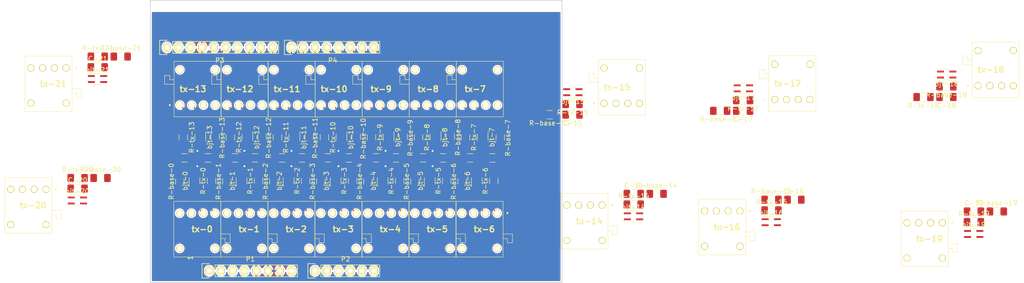
<source format=kicad_pcb>
(kicad_pcb (version 20171130) (host pcbnew "(5.0.2)-1")
  (title_block (date "lun. 30 mars 2015"))
  (layers (0 F.Cu signal) (31 B.Cu signal) (34 B.Paste user hide) (35 F.Paste user hide) (36 B.SilkS user) (37 F.SilkS user) (38 B.Mask user) (39 F.Mask user) (44 Edge.Cuts user))
  (net 0 "")
  (net 1 /IOREF)
  (net 2 /Reset)
  (net 3 +5V)
  (net 4 GND)
  (net 5 /Vin)
  (net 6 "Net-(P1-Pad1)")
  (net 7 +3V3)
  (net 8 "Net-(tx-13-Pad5)")
  (net 9 "Net-(tx-13-Pad4)")
  (net 10 "Net-(bjt-13-Pad2)")
  (net 11 "Net-(R-tx-13-Pad1)")
  (net 12 "Net-(R-tx-0-Pad1)")
  (net 13 "Net-(bjt-0-Pad2)")
  (net 14 "Net-(tx-0-Pad4)")
  (net 15 "Net-(tx-0-Pad5)")
  (net 16 "Net-(tx-1-Pad5)")
  (net 17 "Net-(tx-1-Pad4)")
  (net 18 "Net-(bjt-1-Pad2)")
  (net 19 "Net-(R-tx-1-Pad1)")
  (net 20 "Net-(R-tx-2-Pad1)")
  (net 21 "Net-(bjt-2-Pad2)")
  (net 22 "Net-(tx-2-Pad4)")
  (net 23 "Net-(tx-2-Pad5)")
  (net 24 "Net-(tx-3-Pad5)")
  (net 25 "Net-(tx-3-Pad4)")
  (net 26 "Net-(bjt-3-Pad2)")
  (net 27 "Net-(R-tx-3-Pad1)")
  (net 28 "Net-(R-tx-4-Pad1)")
  (net 29 "Net-(bjt-4-Pad2)")
  (net 30 "Net-(tx-4-Pad4)")
  (net 31 "Net-(tx-4-Pad5)")
  (net 32 "Net-(tx-5-Pad5)")
  (net 33 "Net-(tx-5-Pad4)")
  (net 34 "Net-(bjt-5-Pad2)")
  (net 35 "Net-(R-tx-5-Pad1)")
  (net 36 "Net-(R-tx-6-Pad1)")
  (net 37 "Net-(bjt-6-Pad2)")
  (net 38 "Net-(tx-6-Pad4)")
  (net 39 "Net-(tx-6-Pad5)")
  (net 40 "Net-(tx-7-Pad5)")
  (net 41 "Net-(tx-7-Pad4)")
  (net 42 "Net-(bjt-7-Pad2)")
  (net 43 "Net-(R-tx-7-Pad1)")
  (net 44 "Net-(R-tx-8-Pad1)")
  (net 45 "Net-(bjt-8-Pad2)")
  (net 46 "Net-(tx-8-Pad4)")
  (net 47 "Net-(tx-8-Pad5)")
  (net 48 "Net-(tx-9-Pad5)")
  (net 49 "Net-(tx-9-Pad4)")
  (net 50 "Net-(bjt-9-Pad2)")
  (net 51 "Net-(R-tx-9-Pad1)")
  (net 52 "Net-(R-tx-10-Pad1)")
  (net 53 "Net-(bjt-10-Pad2)")
  (net 54 "Net-(tx-10-Pad4)")
  (net 55 "Net-(tx-10-Pad5)")
  (net 56 "Net-(tx-11-Pad5)")
  (net 57 "Net-(tx-11-Pad4)")
  (net 58 "Net-(bjt-11-Pad2)")
  (net 59 "Net-(R-tx-11-Pad1)")
  (net 60 "Net-(R-tx-12-Pad1)")
  (net 61 "Net-(bjt-12-Pad2)")
  (net 62 "Net-(tx-12-Pad4)")
  (net 63 "Net-(tx-12-Pad5)")
  (net 64 sig-13)
  (net 65 sig-12)
  (net 66 sig-11)
  (net 67 sig-10)
  (net 68 sig-9)
  (net 69 sig-8)
  (net 70 sig-7)
  (net 71 sig-6)
  (net 72 sig-5)
  (net 73 sig-4)
  (net 74 sig-3)
  (net 75 sig-2)
  (net 76 sig-1)
  (net 77 sig-0)
  (net 78 "Net-(R-base-8-Pad1)")
  (net 79 "Net-(R-base-3-Pad1)")
  (net 80 "Net-(R-base-9-Pad1)")
  (net 81 "Net-(R-base-10-Pad1)")
  (net 82 "Net-(R-base-13-Pad1)")
  (net 83 "Net-(R-base-12-Pad1)")
  (net 84 "Net-(R-base-11-Pad1)")
  (net 85 "Net-(R-base-7-Pad1)")
  (net 86 "Net-(R-base-0-Pad1)")
  (net 87 "Net-(R-base-1-Pad1)")
  (net 88 "Net-(R-base-2-Pad1)")
  (net 89 "Net-(R-base-4-Pad1)")
  (net 90 "Net-(R-base-5-Pad1)")
  (net 91 "Net-(R-base-6-Pad1)")
  (net 92 "Net-(P3-Pad3)")
  (net 93 "Net-(tx-1-Pad3)")
  (net 94 "Net-(tx-2-Pad3)")
  (net 95 "Net-(tx-3-Pad3)")
  (net 96 "Net-(tx-4-Pad3)")
  (net 97 "Net-(tx-5-Pad3)")
  (net 98 "Net-(tx-6-Pad3)")
  (net 99 "Net-(tx-8-Pad3)")
  (net 100 "Net-(tx-9-Pad3)")
  (net 101 "Net-(tx-10-Pad3)")
  (net 102 "Net-(tx-11-Pad3)")
  (net 103 "Net-(tx-12-Pad3)")
  (net 104 "Net-(tx-7-Pad3)")
  (net 105 "Net-(tx-13-Pad3)")
  (net 106 "Net-(tx-0-Pad3)")
  (net 107 "Net-(tx-20-Pad5)")
  (net 108 "Net-(tx-20-Pad4)")
  (net 109 "Net-(tx-20-Pad3)")
  (net 110 "Net-(bjt-20-Pad2)")
  (net 111 "Net-(R-tx-20-Pad1)")
  (net 112 "Net-(R-tx-19-Pad1)")
  (net 113 "Net-(bjt-19-Pad2)")
  (net 114 "Net-(tx-19-Pad3)")
  (net 115 "Net-(tx-19-Pad4)")
  (net 116 "Net-(tx-19-Pad5)")
  (net 117 "Net-(tx-18-Pad5)")
  (net 118 "Net-(tx-18-Pad4)")
  (net 119 "Net-(tx-18-Pad3)")
  (net 120 "Net-(bjt-18-Pad2)")
  (net 121 "Net-(R-tx-18-Pad1)")
  (net 122 "Net-(R-tx-17-Pad1)")
  (net 123 "Net-(bjt-17-Pad2)")
  (net 124 "Net-(tx-17-Pad3)")
  (net 125 "Net-(tx-17-Pad4)")
  (net 126 "Net-(tx-17-Pad5)")
  (net 127 "Net-(tx-16-Pad5)")
  (net 128 "Net-(tx-16-Pad4)")
  (net 129 "Net-(tx-16-Pad3)")
  (net 130 "Net-(bjt-16-Pad2)")
  (net 131 "Net-(R-tx-16-Pad1)")
  (net 132 "Net-(R-tx-15-Pad1)")
  (net 133 "Net-(bjt-15-Pad2)")
  (net 134 "Net-(tx-15-Pad3)")
  (net 135 "Net-(tx-15-Pad4)")
  (net 136 "Net-(tx-15-Pad5)")
  (net 137 "Net-(tx-14-Pad5)")
  (net 138 "Net-(tx-14-Pad4)")
  (net 139 "Net-(tx-14-Pad3)")
  (net 140 "Net-(bjt-14-Pad2)")
  (net 141 "Net-(R-tx-14-Pad1)")
  (net 142 "Net-(R-tx-21-Pad1)")
  (net 143 "Net-(bjt-21-Pad2)")
  (net 144 "Net-(tx-21-Pad3)")
  (net 145 "Net-(tx-21-Pad4)")
  (net 146 "Net-(tx-21-Pad5)")
  (net 147 sig-21-scl)
  (net 148 sig-20-sda)
  (net 149 sig-14)
  (net 150 sig-15)
  (net 151 sig-16)
  (net 152 sig-17)
  (net 153 sig-18)
  (net 154 sig-19)
  (net 155 "Net-(R-base-20-Pad1)")
  (net 156 "Net-(R-base-17-Pad1)")
  (net 157 "Net-(R-base-21-Pad1)")
  (net 158 "Net-(R-base-19-Pad1)")
  (net 159 "Net-(R-base-18-Pad1)")
  (net 160 "Net-(R-base-16-Pad1)")
  (net 161 "Net-(R-base-14-Pad1)")
  (net 162 "Net-(R-base-15-Pad1)")
  (module Capacitor_SMD:C_1206_3216Metric_Pad1.42x1.75mm_HandSolder (layer F.Cu) (at 230.633001 107.190001)
    (fp_text reference C-14 (at 0 -1.82) (layer F.SilkS))
    (fp_text value C)
    (pad 2 smd roundrect (at 1.4875 0) (size 1.425 1.75) (layers F.Cu F.Paste F.Mask) (roundrect_rratio 0.175439) (net 4 GND))
    (pad 1 smd roundrect (at -1.4875 0) (size 1.425 1.75) (layers F.Cu F.Paste F.Mask) (roundrect_rratio 0.175439) (net 3 +5V))
  )
  (module Capacitor_SMD:C_1206_3216Metric_Pad1.42x1.75mm_HandSolder (layer F.Cu) (at 217.422999 90.099999 180)
    (fp_text reference C-15 (at 0 -1.82 180) (layer F.SilkS))
    (fp_text value C)
    (pad 1 smd roundrect (at -1.4875 0 180) (size 1.425 1.75) (layers F.Cu F.Paste F.Mask) (roundrect_rratio 0.175439) (net 3 +5V))
    (pad 2 smd roundrect (at 1.4875 0 180) (size 1.425 1.75) (layers F.Cu F.Paste F.Mask) (roundrect_rratio 0.175439) (net 4 GND))
  )
  (module Capacitor_SMD:C_1206_3216Metric_Pad1.42x1.75mm_HandSolder (layer F.Cu) (at 265.333001 108.460001)
    (fp_text reference C-16 (at 0 -1.82) (layer F.SilkS))
    (fp_text value C)
    (pad 2 smd roundrect (at 1.4875 0) (size 1.425 1.75) (layers F.Cu F.Paste F.Mask) (roundrect_rratio 0.175439) (net 4 GND))
    (pad 1 smd roundrect (at -1.4875 0) (size 1.425 1.75) (layers F.Cu F.Paste F.Mask) (roundrect_rratio 0.175439) (net 3 +5V))
  )
  (module Capacitor_SMD:C_1206_3216Metric_Pad1.42x1.75mm_HandSolder (layer F.Cu) (at 254.252999 89.269999 180)
    (fp_text reference C-17 (at 0 -1.82 180) (layer F.SilkS))
    (fp_text value C)
    (pad 1 smd roundrect (at -1.4875 0 180) (size 1.425 1.75) (layers F.Cu F.Paste F.Mask) (roundrect_rratio 0.175439) (net 3 +5V))
    (pad 2 smd roundrect (at 1.4875 0 180) (size 1.425 1.75) (layers F.Cu F.Paste F.Mask) (roundrect_rratio 0.175439) (net 4 GND))
  )
  (module Capacitor_SMD:C_1206_3216Metric_Pad1.42x1.75mm_HandSolder (layer F.Cu) (at 298.162999 86.289999 180)
    (fp_text reference C-18 (at 0 -1.82 180) (layer F.SilkS))
    (fp_text value C)
    (pad 2 smd roundrect (at 1.4875 0 180) (size 1.425 1.75) (layers F.Cu F.Paste F.Mask) (roundrect_rratio 0.175439) (net 4 GND))
    (pad 1 smd roundrect (at -1.4875 0 180) (size 1.425 1.75) (layers F.Cu F.Paste F.Mask) (roundrect_rratio 0.175439) (net 3 +5V))
  )
  (module Capacitor_SMD:C_1206_3216Metric_Pad1.42x1.75mm_HandSolder (layer F.Cu) (at 304.103001 111.000001)
    (fp_text reference C-19 (at 0 -1.82) (layer F.SilkS))
    (fp_text value C)
    (pad 1 smd roundrect (at -1.4875 0) (size 1.425 1.75) (layers F.Cu F.Paste F.Mask) (roundrect_rratio 0.175439) (net 3 +5V))
    (pad 2 smd roundrect (at 1.4875 0) (size 1.425 1.75) (layers F.Cu F.Paste F.Mask) (roundrect_rratio 0.175439) (net 4 GND))
  )
  (module Capacitor_SMD:C_1206_3216Metric_Pad1.42x1.75mm_HandSolder (layer F.Cu) (at 110.523001 106.060001)
    (fp_text reference C-20 (at 0 -1.82) (layer F.SilkS))
    (fp_text value C)
    (pad 2 smd roundrect (at 1.4875 0) (size 1.425 1.75) (layers F.Cu F.Paste F.Mask) (roundrect_rratio 0.175439) (net 4 GND))
    (pad 1 smd roundrect (at -1.4875 0) (size 1.425 1.75) (layers F.Cu F.Paste F.Mask) (roundrect_rratio 0.175439) (net 3 +5V))
  )
  (module Capacitor_SMD:C_1206_3216Metric_Pad1.42x1.75mm_HandSolder (layer F.Cu) (at 114.873001 79.830001)
    (fp_text reference C-21 (at 0 -1.82) (layer F.SilkS))
    (fp_text value C)
    (pad 1 smd roundrect (at -1.4875 0) (size 1.425 1.75) (layers F.Cu F.Paste F.Mask) (roundrect_rratio 0.175439) (net 3 +5V))
    (pad 2 smd roundrect (at 1.4875 0) (size 1.425 1.75) (layers F.Cu F.Paste F.Mask) (roundrect_rratio 0.175439) (net 4 GND))
  )
  (module Package_TO_SOT_SMD:SOT-343_SC-70-4_Handsoldering (layer F.Cu) (at 114.823001 82.400001)
    (fp_text reference bjt-21 (at 0 -2) (layer F.SilkS))
    (fp_text value BUT11A)
    (pad 4 smd rect (at 1.33 -0.65) (size 1.5 0.4) (layers F.Cu F.Paste F.Mask))
    (pad 3 smd rect (at 1.33 0.65) (size 1.5 0.4) (layers F.Cu F.Paste F.Mask) (net 4 GND))
    (pad 2 smd rect (at -1.33 0.65) (size 1.5 0.4) (layers F.Cu F.Paste F.Mask) (net 143 "Net-(bjt-21-Pad2)"))
    (pad 1 smd rect (at -1.33 -0.65) (size 1.5 0.4) (layers F.Cu F.Paste F.Mask) (net 157 "Net-(R-base-21-Pad1)"))
  )
  (module Package_TO_SOT_SMD:SOT-343_SC-70-4_Handsoldering (layer F.Cu) (at 110.473001 108.630001)
    (fp_text reference bjt-20 (at 0 -2) (layer F.SilkS))
    (fp_text value BUT11A)
    (pad 1 smd rect (at -1.33 -0.65) (size 1.5 0.4) (layers F.Cu F.Paste F.Mask) (net 155 "Net-(R-base-20-Pad1)"))
    (pad 2 smd rect (at -1.33 0.65) (size 1.5 0.4) (layers F.Cu F.Paste F.Mask) (net 110 "Net-(bjt-20-Pad2)"))
    (pad 3 smd rect (at 1.33 0.65) (size 1.5 0.4) (layers F.Cu F.Paste F.Mask) (net 4 GND))
    (pad 4 smd rect (at 1.33 -0.65) (size 1.5 0.4) (layers F.Cu F.Paste F.Mask))
  )
  (module Package_TO_SOT_SMD:SOT-343_SC-70-4_Handsoldering (layer F.Cu) (at 304.053001 115.860001)
    (fp_text reference bjt-19 (at 0 -2) (layer F.SilkS))
    (fp_text value BUT11A)
    (pad 4 smd rect (at 1.33 -0.65) (size 1.5 0.4) (layers F.Cu F.Paste F.Mask))
    (pad 3 smd rect (at 1.33 0.65) (size 1.5 0.4) (layers F.Cu F.Paste F.Mask) (net 4 GND))
    (pad 2 smd rect (at -1.33 0.65) (size 1.5 0.4) (layers F.Cu F.Paste F.Mask) (net 113 "Net-(bjt-19-Pad2)"))
    (pad 1 smd rect (at -1.33 -0.65) (size 1.5 0.4) (layers F.Cu F.Paste F.Mask) (net 158 "Net-(R-base-19-Pad1)"))
  )
  (module Package_TO_SOT_SMD:SOT-343_SC-70-4_Handsoldering (layer F.Cu) (at 298.212999 81.429999 180)
    (fp_text reference bjt-18 (at 0 -2 180) (layer F.SilkS))
    (fp_text value BUT11A)
    (pad 1 smd rect (at -1.33 -0.65 180) (size 1.5 0.4) (layers F.Cu F.Paste F.Mask) (net 159 "Net-(R-base-18-Pad1)"))
    (pad 2 smd rect (at -1.33 0.65 180) (size 1.5 0.4) (layers F.Cu F.Paste F.Mask) (net 120 "Net-(bjt-18-Pad2)"))
    (pad 3 smd rect (at 1.33 0.65 180) (size 1.5 0.4) (layers F.Cu F.Paste F.Mask) (net 4 GND))
    (pad 4 smd rect (at 1.33 -0.65 180) (size 1.5 0.4) (layers F.Cu F.Paste F.Mask))
  )
  (module Package_TO_SOT_SMD:SOT-343_SC-70-4_Handsoldering (layer F.Cu) (at 254.302999 84.409999 180)
    (fp_text reference bjt-17 (at 0 -2 180) (layer F.SilkS))
    (fp_text value BUT11A)
    (pad 4 smd rect (at 1.33 -0.65 180) (size 1.5 0.4) (layers F.Cu F.Paste F.Mask))
    (pad 3 smd rect (at 1.33 0.65 180) (size 1.5 0.4) (layers F.Cu F.Paste F.Mask) (net 4 GND))
    (pad 2 smd rect (at -1.33 0.65 180) (size 1.5 0.4) (layers F.Cu F.Paste F.Mask) (net 123 "Net-(bjt-17-Pad2)"))
    (pad 1 smd rect (at -1.33 -0.65 180) (size 1.5 0.4) (layers F.Cu F.Paste F.Mask) (net 156 "Net-(R-base-17-Pad1)"))
  )
  (module Package_TO_SOT_SMD:SOT-343_SC-70-4_Handsoldering (layer F.Cu) (at 260.333001 113.320001)
    (fp_text reference bjt-16 (at 0 -2) (layer F.SilkS))
    (fp_text value BUT11A)
    (pad 1 smd rect (at -1.33 -0.65) (size 1.5 0.4) (layers F.Cu F.Paste F.Mask) (net 160 "Net-(R-base-16-Pad1)"))
    (pad 2 smd rect (at -1.33 0.65) (size 1.5 0.4) (layers F.Cu F.Paste F.Mask) (net 130 "Net-(bjt-16-Pad2)"))
    (pad 3 smd rect (at 1.33 0.65) (size 1.5 0.4) (layers F.Cu F.Paste F.Mask) (net 4 GND))
    (pad 4 smd rect (at 1.33 -0.65) (size 1.5 0.4) (layers F.Cu F.Paste F.Mask))
  )
  (module Package_TO_SOT_SMD:SOT-343_SC-70-4_Handsoldering (layer F.Cu) (at 217.472999 85.239999 180)
    (fp_text reference bjt-15 (at 0 -2 180) (layer F.SilkS))
    (fp_text value BUT11A)
    (pad 4 smd rect (at 1.33 -0.65 180) (size 1.5 0.4) (layers F.Cu F.Paste F.Mask))
    (pad 3 smd rect (at 1.33 0.65 180) (size 1.5 0.4) (layers F.Cu F.Paste F.Mask) (net 4 GND))
    (pad 2 smd rect (at -1.33 0.65 180) (size 1.5 0.4) (layers F.Cu F.Paste F.Mask) (net 133 "Net-(bjt-15-Pad2)"))
    (pad 1 smd rect (at -1.33 -0.65 180) (size 1.5 0.4) (layers F.Cu F.Paste F.Mask) (net 162 "Net-(R-base-15-Pad1)"))
  )
  (module Package_TO_SOT_SMD:SOT-343_SC-70-4_Handsoldering (layer F.Cu) (at 230.583001 112.050001)
    (fp_text reference bjt-14 (at 0 -2) (layer F.SilkS))
    (fp_text value BUT11A)
    (pad 1 smd rect (at -1.33 -0.65) (size 1.5 0.4) (layers F.Cu F.Paste F.Mask) (net 161 "Net-(R-base-14-Pad1)"))
    (pad 2 smd rect (at -1.33 0.65) (size 1.5 0.4) (layers F.Cu F.Paste F.Mask) (net 140 "Net-(bjt-14-Pad2)"))
    (pad 3 smd rect (at 1.33 0.65) (size 1.5 0.4) (layers F.Cu F.Paste F.Mask) (net 4 GND))
    (pad 4 smd rect (at 1.33 -0.65) (size 1.5 0.4) (layers F.Cu F.Paste F.Mask))
  )
  (module Resistor_SMD:R_1206_3216Metric_Pad1.42x1.75mm_HandSolder (layer F.Cu) (at 230.633001 109.480001)
    (fp_text reference R-tx-14 (at 0 -1.82) (layer F.SilkS))
    (fp_text value 50)
    (pad 2 smd roundrect (at 1.4875 0) (size 1.425 1.75) (layers F.Cu F.Paste F.Mask) (roundrect_rratio 0.175439) (net 3 +5V))
    (pad 1 smd roundrect (at -1.4875 0) (size 1.425 1.75) (layers F.Cu F.Paste F.Mask) (roundrect_rratio 0.175439) (net 141 "Net-(R-tx-14-Pad1)"))
  )
  (module Resistor_SMD:R_1206_3216Metric_Pad1.42x1.75mm_HandSolder (layer F.Cu) (at 217.422999 87.809999 180)
    (fp_text reference R-tx-15 (at 0 -1.82 180) (layer F.SilkS))
    (fp_text value 50)
    (pad 1 smd roundrect (at -1.4875 0 180) (size 1.425 1.75) (layers F.Cu F.Paste F.Mask) (roundrect_rratio 0.175439) (net 132 "Net-(R-tx-15-Pad1)"))
    (pad 2 smd roundrect (at 1.4875 0 180) (size 1.425 1.75) (layers F.Cu F.Paste F.Mask) (roundrect_rratio 0.175439) (net 3 +5V))
  )
  (module Resistor_SMD:R_1206_3216Metric_Pad1.42x1.75mm_HandSolder (layer F.Cu) (at 212.472999 90.099999 180)
    (fp_text reference R-base-15 (at 0 -1.82 180) (layer F.SilkS))
    (fp_text value 2k)
    (pad 2 smd roundrect (at 1.4875 0 180) (size 1.425 1.75) (layers F.Cu F.Paste F.Mask) (roundrect_rratio 0.175439) (net 150 sig-15))
    (pad 1 smd roundrect (at -1.4875 0 180) (size 1.425 1.75) (layers F.Cu F.Paste F.Mask) (roundrect_rratio 0.175439) (net 162 "Net-(R-base-15-Pad1)"))
  )
  (module Resistor_SMD:R_1206_3216Metric_Pad1.42x1.75mm_HandSolder (layer F.Cu) (at 114.873001 77.540001)
    (fp_text reference R-tx-21 (at 0 -1.82) (layer F.SilkS))
    (fp_text value 50)
    (pad 1 smd roundrect (at -1.4875 0) (size 1.425 1.75) (layers F.Cu F.Paste F.Mask) (roundrect_rratio 0.175439) (net 142 "Net-(R-tx-21-Pad1)"))
    (pad 2 smd roundrect (at 1.4875 0) (size 1.425 1.75) (layers F.Cu F.Paste F.Mask) (roundrect_rratio 0.175439) (net 3 +5V))
  )
  (module Resistor_SMD:R_1206_3216Metric_Pad1.42x1.75mm_HandSolder (layer F.Cu) (at 110.523001 103.770001)
    (fp_text reference R-tx-20 (at 0 -1.82) (layer F.SilkS))
    (fp_text value 50)
    (pad 2 smd roundrect (at 1.4875 0) (size 1.425 1.75) (layers F.Cu F.Paste F.Mask) (roundrect_rratio 0.175439) (net 3 +5V))
    (pad 1 smd roundrect (at -1.4875 0) (size 1.425 1.75) (layers F.Cu F.Paste F.Mask) (roundrect_rratio 0.175439) (net 111 "Net-(R-tx-20-Pad1)"))
  )
  (module Resistor_SMD:R_1206_3216Metric_Pad1.42x1.75mm_HandSolder (layer F.Cu) (at 304.103001 113.290001)
    (fp_text reference R-tx-19 (at 0 -1.82) (layer F.SilkS))
    (fp_text value 50)
    (pad 1 smd roundrect (at -1.4875 0) (size 1.425 1.75) (layers F.Cu F.Paste F.Mask) (roundrect_rratio 0.175439) (net 112 "Net-(R-tx-19-Pad1)"))
    (pad 2 smd roundrect (at 1.4875 0) (size 1.425 1.75) (layers F.Cu F.Paste F.Mask) (roundrect_rratio 0.175439) (net 3 +5V))
  )
  (module Resistor_SMD:R_1206_3216Metric_Pad1.42x1.75mm_HandSolder (layer F.Cu) (at 293.212999 86.289999 180)
    (fp_text reference R-tx-18 (at 0 -1.82 180) (layer F.SilkS))
    (fp_text value 50)
    (pad 2 smd roundrect (at 1.4875 0 180) (size 1.425 1.75) (layers F.Cu F.Paste F.Mask) (roundrect_rratio 0.175439) (net 3 +5V))
    (pad 1 smd roundrect (at -1.4875 0 180) (size 1.425 1.75) (layers F.Cu F.Paste F.Mask) (roundrect_rratio 0.175439) (net 121 "Net-(R-tx-18-Pad1)"))
  )
  (module Resistor_SMD:R_1206_3216Metric_Pad1.42x1.75mm_HandSolder (layer F.Cu) (at 254.252999 86.979999 180)
    (fp_text reference R-tx-17 (at 0 -1.82 180) (layer F.SilkS))
    (fp_text value 50)
    (pad 1 smd roundrect (at -1.4875 0 180) (size 1.425 1.75) (layers F.Cu F.Paste F.Mask) (roundrect_rratio 0.175439) (net 122 "Net-(R-tx-17-Pad1)"))
    (pad 2 smd roundrect (at 1.4875 0 180) (size 1.425 1.75) (layers F.Cu F.Paste F.Mask) (roundrect_rratio 0.175439) (net 3 +5V))
  )
  (module Resistor_SMD:R_1206_3216Metric_Pad1.42x1.75mm_HandSolder (layer F.Cu) (at 235.583001 107.190001)
    (fp_text reference R-base-14 (at 0 -1.82) (layer F.SilkS))
    (fp_text value 2k)
    (pad 2 smd roundrect (at 1.4875 0) (size 1.425 1.75) (layers F.Cu F.Paste F.Mask) (roundrect_rratio 0.175439) (net 149 sig-14))
    (pad 1 smd roundrect (at -1.4875 0) (size 1.425 1.75) (layers F.Cu F.Paste F.Mask) (roundrect_rratio 0.175439) (net 161 "Net-(R-base-14-Pad1)"))
  )
  (module Resistor_SMD:R_1206_3216Metric_Pad1.42x1.75mm_HandSolder (layer F.Cu) (at 260.383001 108.460001)
    (fp_text reference R-base-16 (at 0 -1.82) (layer F.SilkS))
    (fp_text value 2k)
    (pad 1 smd roundrect (at -1.4875 0) (size 1.425 1.75) (layers F.Cu F.Paste F.Mask) (roundrect_rratio 0.175439) (net 160 "Net-(R-base-16-Pad1)"))
    (pad 2 smd roundrect (at 1.4875 0) (size 1.425 1.75) (layers F.Cu F.Paste F.Mask) (roundrect_rratio 0.175439) (net 151 sig-16))
  )
  (module Resistor_SMD:R_1206_3216Metric_Pad1.42x1.75mm_HandSolder (layer F.Cu) (at 298.162999 83.999999 180)
    (fp_text reference R-base-18 (at 0 -1.82 180) (layer F.SilkS))
    (fp_text value 2k)
    (pad 2 smd roundrect (at 1.4875 0 180) (size 1.425 1.75) (layers F.Cu F.Paste F.Mask) (roundrect_rratio 0.175439) (net 153 sig-18))
    (pad 1 smd roundrect (at -1.4875 0 180) (size 1.425 1.75) (layers F.Cu F.Paste F.Mask) (roundrect_rratio 0.175439) (net 159 "Net-(R-base-18-Pad1)"))
  )
  (module Resistor_SMD:R_1206_3216Metric_Pad1.42x1.75mm_HandSolder (layer F.Cu) (at 309.053001 111.000001)
    (fp_text reference R-base-19 (at 0 -1.82) (layer F.SilkS))
    (fp_text value 2k)
    (pad 1 smd roundrect (at -1.4875 0) (size 1.425 1.75) (layers F.Cu F.Paste F.Mask) (roundrect_rratio 0.175439) (net 158 "Net-(R-base-19-Pad1)"))
    (pad 2 smd roundrect (at 1.4875 0) (size 1.425 1.75) (layers F.Cu F.Paste F.Mask) (roundrect_rratio 0.175439) (net 154 sig-19))
  )
  (module Resistor_SMD:R_1206_3216Metric_Pad1.42x1.75mm_HandSolder (layer F.Cu) (at 119.823001 77.540001)
    (fp_text reference R-base-21 (at 0 -1.82) (layer F.SilkS))
    (fp_text value 2k)
    (pad 2 smd roundrect (at 1.4875 0) (size 1.425 1.75) (layers F.Cu F.Paste F.Mask) (roundrect_rratio 0.175439) (net 147 sig-21-scl))
    (pad 1 smd roundrect (at -1.4875 0) (size 1.425 1.75) (layers F.Cu F.Paste F.Mask) (roundrect_rratio 0.175439) (net 157 "Net-(R-base-21-Pad1)"))
  )
  (module Resistor_SMD:R_1206_3216Metric_Pad1.42x1.75mm_HandSolder (layer F.Cu) (at 260.383001 110.750001)
    (fp_text reference R-tx-16 (at 0 -1.82) (layer F.SilkS))
    (fp_text value 50)
    (pad 1 smd roundrect (at -1.4875 0) (size 1.425 1.75) (layers F.Cu F.Paste F.Mask) (roundrect_rratio 0.175439) (net 131 "Net-(R-tx-16-Pad1)"))
    (pad 2 smd roundrect (at 1.4875 0) (size 1.425 1.75) (layers F.Cu F.Paste F.Mask) (roundrect_rratio 0.175439) (net 3 +5V))
  )
  (module Resistor_SMD:R_1206_3216Metric_Pad1.42x1.75mm_HandSolder (layer F.Cu) (at 249.302999 89.269999 180)
    (fp_text reference R-base-17 (at 0 -1.82 180) (layer F.SilkS))
    (fp_text value 2k)
    (pad 2 smd roundrect (at 1.4875 0 180) (size 1.425 1.75) (layers F.Cu F.Paste F.Mask) (roundrect_rratio 0.175439) (net 152 sig-17))
    (pad 1 smd roundrect (at -1.4875 0 180) (size 1.425 1.75) (layers F.Cu F.Paste F.Mask) (roundrect_rratio 0.175439) (net 156 "Net-(R-base-17-Pad1)"))
  )
  (module Resistor_SMD:R_1206_3216Metric_Pad1.42x1.75mm_HandSolder (layer F.Cu) (at 115.473001 103.770001)
    (fp_text reference R-base-20 (at 0 -1.82) (layer F.SilkS))
    (fp_text value 2k)
    (pad 1 smd roundrect (at -1.4875 0) (size 1.425 1.75) (layers F.Cu F.Paste F.Mask) (roundrect_rratio 0.175439) (net 155 "Net-(R-base-20-Pad1)"))
    (pad 2 smd roundrect (at 1.4875 0) (size 1.425 1.75) (layers F.Cu F.Paste F.Mask) (roundrect_rratio 0.175439) (net 148 sig-20-sda))
  )
  (module hfbr:HFBR1521Z (layer F.Cu) (at 104.238001 79.985001)
    (fp_text reference tx-21 (at 1.015 3.465) (layer F.SilkS) (effects (font (size 1.27 1.27) (thickness 0.254))))
    (fp_text value HFBR-1521Z hide)
    (pad 1 thru_hole circle (at 3.81 0 90) (size 1.515 1.515) (drill 1.01) (layers *.Cu *.Mask F.SilkS) (net 142 "Net-(R-tx-21-Pad1)"))
    (pad 2 thru_hole circle (at 1.27 0 90) (size 1.515 1.515) (drill 1.01) (layers *.Cu *.Mask F.SilkS) (net 143 "Net-(bjt-21-Pad2)"))
    (pad 3 thru_hole circle (at -1.27 0 90) (size 1.515 1.515) (drill 1.01) (layers *.Cu *.Mask F.SilkS) (net 144 "Net-(tx-21-Pad3)"))
    (pad 4 thru_hole circle (at -3.81 0 90) (size 1.515 1.515) (drill 1.01) (layers *.Cu *.Mask F.SilkS) (net 145 "Net-(tx-21-Pad4)"))
    (pad 5 thru_hole circle (at -3.81 7.62 90) (size 1.515 1.515) (drill 1.01) (layers *.Cu *.Mask F.SilkS) (net 146 "Net-(tx-21-Pad5)"))
    (pad 6 thru_hole circle (at 3.81 7.62 90) (size 1.515 1.515) (drill 1.01) (layers *.Cu *.Mask F.SilkS))
  )
  (module hfbr:HFBR1521Z (layer F.Cu) (at 219.998001 109.635001)
    (fp_text reference tx-14 (at 1.015 3.465) (layer F.SilkS) (effects (font (size 1.27 1.27) (thickness 0.254))))
    (fp_text value HFBR-1521Z hide)
    (pad 6 thru_hole circle (at 3.81 7.62 90) (size 1.515 1.515) (drill 1.01) (layers *.Cu *.Mask F.SilkS))
    (pad 5 thru_hole circle (at -3.81 7.62 90) (size 1.515 1.515) (drill 1.01) (layers *.Cu *.Mask F.SilkS) (net 137 "Net-(tx-14-Pad5)"))
    (pad 4 thru_hole circle (at -3.81 0 90) (size 1.515 1.515) (drill 1.01) (layers *.Cu *.Mask F.SilkS) (net 138 "Net-(tx-14-Pad4)"))
    (pad 3 thru_hole circle (at -1.27 0 90) (size 1.515 1.515) (drill 1.01) (layers *.Cu *.Mask F.SilkS) (net 139 "Net-(tx-14-Pad3)"))
    (pad 2 thru_hole circle (at 1.27 0 90) (size 1.515 1.515) (drill 1.01) (layers *.Cu *.Mask F.SilkS) (net 140 "Net-(bjt-14-Pad2)"))
    (pad 1 thru_hole circle (at 3.81 0 90) (size 1.515 1.515) (drill 1.01) (layers *.Cu *.Mask F.SilkS) (net 141 "Net-(R-tx-14-Pad1)"))
  )
  (module hfbr:HFBR1521Z (layer F.Cu) (at 228.057999 87.654999 180)
    (fp_text reference tx-15 (at 1.015 3.465 180) (layer F.SilkS) (effects (font (size 1.27 1.27) (thickness 0.254))))
    (fp_text value HFBR-1521Z hide)
    (pad 1 thru_hole circle (at 3.81 0 270) (size 1.515 1.515) (drill 1.01) (layers *.Cu *.Mask F.SilkS) (net 132 "Net-(R-tx-15-Pad1)"))
    (pad 2 thru_hole circle (at 1.27 0 270) (size 1.515 1.515) (drill 1.01) (layers *.Cu *.Mask F.SilkS) (net 133 "Net-(bjt-15-Pad2)"))
    (pad 3 thru_hole circle (at -1.27 0 270) (size 1.515 1.515) (drill 1.01) (layers *.Cu *.Mask F.SilkS) (net 134 "Net-(tx-15-Pad3)"))
    (pad 4 thru_hole circle (at -3.81 0 270) (size 1.515 1.515) (drill 1.01) (layers *.Cu *.Mask F.SilkS) (net 135 "Net-(tx-15-Pad4)"))
    (pad 5 thru_hole circle (at -3.81 7.62 270) (size 1.515 1.515) (drill 1.01) (layers *.Cu *.Mask F.SilkS) (net 136 "Net-(tx-15-Pad5)"))
    (pad 6 thru_hole circle (at 3.81 7.62 270) (size 1.515 1.515) (drill 1.01) (layers *.Cu *.Mask F.SilkS))
  )
  (module hfbr:HFBR1521Z (layer F.Cu) (at 249.748001 110.905001)
    (fp_text reference tx-16 (at 1.015 3.465) (layer F.SilkS) (effects (font (size 1.27 1.27) (thickness 0.254))))
    (fp_text value HFBR-1521Z hide)
    (pad 6 thru_hole circle (at 3.81 7.62 90) (size 1.515 1.515) (drill 1.01) (layers *.Cu *.Mask F.SilkS))
    (pad 5 thru_hole circle (at -3.81 7.62 90) (size 1.515 1.515) (drill 1.01) (layers *.Cu *.Mask F.SilkS) (net 127 "Net-(tx-16-Pad5)"))
    (pad 4 thru_hole circle (at -3.81 0 90) (size 1.515 1.515) (drill 1.01) (layers *.Cu *.Mask F.SilkS) (net 128 "Net-(tx-16-Pad4)"))
    (pad 3 thru_hole circle (at -1.27 0 90) (size 1.515 1.515) (drill 1.01) (layers *.Cu *.Mask F.SilkS) (net 129 "Net-(tx-16-Pad3)"))
    (pad 2 thru_hole circle (at 1.27 0 90) (size 1.515 1.515) (drill 1.01) (layers *.Cu *.Mask F.SilkS) (net 130 "Net-(bjt-16-Pad2)"))
    (pad 1 thru_hole circle (at 3.81 0 90) (size 1.515 1.515) (drill 1.01) (layers *.Cu *.Mask F.SilkS) (net 131 "Net-(R-tx-16-Pad1)"))
  )
  (module hfbr:HFBR1521Z (layer F.Cu) (at 264.887999 86.824999 180)
    (fp_text reference tx-17 (at 1.015 3.465 180) (layer F.SilkS) (effects (font (size 1.27 1.27) (thickness 0.254))))
    (fp_text value HFBR-1521Z hide)
    (pad 1 thru_hole circle (at 3.81 0 270) (size 1.515 1.515) (drill 1.01) (layers *.Cu *.Mask F.SilkS) (net 122 "Net-(R-tx-17-Pad1)"))
    (pad 2 thru_hole circle (at 1.27 0 270) (size 1.515 1.515) (drill 1.01) (layers *.Cu *.Mask F.SilkS) (net 123 "Net-(bjt-17-Pad2)"))
    (pad 3 thru_hole circle (at -1.27 0 270) (size 1.515 1.515) (drill 1.01) (layers *.Cu *.Mask F.SilkS) (net 124 "Net-(tx-17-Pad3)"))
    (pad 4 thru_hole circle (at -3.81 0 270) (size 1.515 1.515) (drill 1.01) (layers *.Cu *.Mask F.SilkS) (net 125 "Net-(tx-17-Pad4)"))
    (pad 5 thru_hole circle (at -3.81 7.62 270) (size 1.515 1.515) (drill 1.01) (layers *.Cu *.Mask F.SilkS) (net 126 "Net-(tx-17-Pad5)"))
    (pad 6 thru_hole circle (at 3.81 7.62 270) (size 1.515 1.515) (drill 1.01) (layers *.Cu *.Mask F.SilkS))
  )
  (module hfbr:HFBR1521Z (layer F.Cu) (at 308.797999 83.844999 180)
    (fp_text reference tx-18 (at 1.015 3.465 180) (layer F.SilkS) (effects (font (size 1.27 1.27) (thickness 0.254))))
    (fp_text value HFBR-1521Z hide)
    (pad 6 thru_hole circle (at 3.81 7.62 270) (size 1.515 1.515) (drill 1.01) (layers *.Cu *.Mask F.SilkS))
    (pad 5 thru_hole circle (at -3.81 7.62 270) (size 1.515 1.515) (drill 1.01) (layers *.Cu *.Mask F.SilkS) (net 117 "Net-(tx-18-Pad5)"))
    (pad 4 thru_hole circle (at -3.81 0 270) (size 1.515 1.515) (drill 1.01) (layers *.Cu *.Mask F.SilkS) (net 118 "Net-(tx-18-Pad4)"))
    (pad 3 thru_hole circle (at -1.27 0 270) (size 1.515 1.515) (drill 1.01) (layers *.Cu *.Mask F.SilkS) (net 119 "Net-(tx-18-Pad3)"))
    (pad 2 thru_hole circle (at 1.27 0 270) (size 1.515 1.515) (drill 1.01) (layers *.Cu *.Mask F.SilkS) (net 120 "Net-(bjt-18-Pad2)"))
    (pad 1 thru_hole circle (at 3.81 0 270) (size 1.515 1.515) (drill 1.01) (layers *.Cu *.Mask F.SilkS) (net 121 "Net-(R-tx-18-Pad1)"))
  )
  (module hfbr:HFBR1521Z (layer F.Cu) (at 293.468001 113.445001)
    (fp_text reference tx-19 (at 1.015 3.465) (layer F.SilkS) (effects (font (size 1.27 1.27) (thickness 0.254))))
    (fp_text value HFBR-1521Z hide)
    (pad 1 thru_hole circle (at 3.81 0 90) (size 1.515 1.515) (drill 1.01) (layers *.Cu *.Mask F.SilkS) (net 112 "Net-(R-tx-19-Pad1)"))
    (pad 2 thru_hole circle (at 1.27 0 90) (size 1.515 1.515) (drill 1.01) (layers *.Cu *.Mask F.SilkS) (net 113 "Net-(bjt-19-Pad2)"))
    (pad 3 thru_hole circle (at -1.27 0 90) (size 1.515 1.515) (drill 1.01) (layers *.Cu *.Mask F.SilkS) (net 114 "Net-(tx-19-Pad3)"))
    (pad 4 thru_hole circle (at -3.81 0 90) (size 1.515 1.515) (drill 1.01) (layers *.Cu *.Mask F.SilkS) (net 115 "Net-(tx-19-Pad4)"))
    (pad 5 thru_hole circle (at -3.81 7.62 90) (size 1.515 1.515) (drill 1.01) (layers *.Cu *.Mask F.SilkS) (net 116 "Net-(tx-19-Pad5)"))
    (pad 6 thru_hole circle (at 3.81 7.62 90) (size 1.515 1.515) (drill 1.01) (layers *.Cu *.Mask F.SilkS))
  )
  (module hfbr:HFBR1521Z (layer F.Cu) (at 99.888001 106.215001)
    (fp_text reference tx-20 (at 1.015 3.465) (layer F.SilkS) (effects (font (size 1.27 1.27) (thickness 0.254))))
    (fp_text value HFBR-1521Z hide)
    (pad 6 thru_hole circle (at 3.81 7.62 90) (size 1.515 1.515) (drill 1.01) (layers *.Cu *.Mask F.SilkS))
    (pad 5 thru_hole circle (at -3.81 7.62 90) (size 1.515 1.515) (drill 1.01) (layers *.Cu *.Mask F.SilkS) (net 107 "Net-(tx-20-Pad5)"))
    (pad 4 thru_hole circle (at -3.81 0 90) (size 1.515 1.515) (drill 1.01) (layers *.Cu *.Mask F.SilkS) (net 108 "Net-(tx-20-Pad4)"))
    (pad 3 thru_hole circle (at -1.27 0 90) (size 1.515 1.515) (drill 1.01) (layers *.Cu *.Mask F.SilkS) (net 109 "Net-(tx-20-Pad3)"))
    (pad 2 thru_hole circle (at 1.27 0 90) (size 1.515 1.515) (drill 1.01) (layers *.Cu *.Mask F.SilkS) (net 110 "Net-(bjt-20-Pad2)"))
    (pad 1 thru_hole circle (at 3.81 0 90) (size 1.515 1.515) (drill 1.01) (layers *.Cu *.Mask F.SilkS) (net 111 "Net-(R-tx-20-Pad1)"))
  )
  (module hfbr:HFBR1521Z (layer F.Cu) (at 136.369001 111.363001)
    (fp_text reference tx-0 (at 1.015 3.465) (layer F.SilkS) (effects (font (size 1.27 1.27) (thickness 0.254))))
    (fp_text value HFBR-1521Z hide)
    (pad 1 thru_hole circle (at 3.81 0 90) (size 1.515 1.515) (drill 1.01) (layers *.Cu *.Mask F.SilkS) (net 12 "Net-(R-tx-0-Pad1)"))
    (pad 2 thru_hole circle (at 1.27 0 90) (size 1.515 1.515) (drill 1.01) (layers *.Cu *.Mask F.SilkS) (net 13 "Net-(bjt-0-Pad2)"))
    (pad 3 thru_hole circle (at -1.27 0 90) (size 1.515 1.515) (drill 1.01) (layers *.Cu *.Mask F.SilkS) (net 106 "Net-(tx-0-Pad3)"))
    (pad 4 thru_hole circle (at -3.81 0 90) (size 1.515 1.515) (drill 1.01) (layers *.Cu *.Mask F.SilkS) (net 14 "Net-(tx-0-Pad4)"))
    (pad 5 thru_hole circle (at -3.81 7.62 90) (size 1.515 1.515) (drill 1.01) (layers *.Cu *.Mask F.SilkS) (net 15 "Net-(tx-0-Pad5)"))
    (pad 6 thru_hole circle (at 3.81 7.62 90) (size 1.515 1.515) (drill 1.01) (layers *.Cu *.Mask F.SilkS))
  )
  (module hfbr:HFBR1521Z (layer F.Cu) (at 136.426999 88.026999 180)
    (fp_text reference tx-13 (at 1.015 3.465 180) (layer F.SilkS) (effects (font (size 1.27 1.27) (thickness 0.254))))
    (fp_text value HFBR-1521Z hide)
    (pad 6 thru_hole circle (at 3.81 7.62 270) (size 1.515 1.515) (drill 1.01) (layers *.Cu *.Mask F.SilkS))
    (pad 5 thru_hole circle (at -3.81 7.62 270) (size 1.515 1.515) (drill 1.01) (layers *.Cu *.Mask F.SilkS) (net 8 "Net-(tx-13-Pad5)"))
    (pad 4 thru_hole circle (at -3.81 0 270) (size 1.515 1.515) (drill 1.01) (layers *.Cu *.Mask F.SilkS) (net 9 "Net-(tx-13-Pad4)"))
    (pad 3 thru_hole circle (at -1.27 0 270) (size 1.515 1.515) (drill 1.01) (layers *.Cu *.Mask F.SilkS) (net 105 "Net-(tx-13-Pad3)"))
    (pad 2 thru_hole circle (at 1.27 0 270) (size 1.515 1.515) (drill 1.01) (layers *.Cu *.Mask F.SilkS) (net 10 "Net-(bjt-13-Pad2)"))
    (pad 1 thru_hole circle (at 3.81 0 270) (size 1.515 1.515) (drill 1.01) (layers *.Cu *.Mask F.SilkS) (net 11 "Net-(R-tx-13-Pad1)"))
  )
  (module hfbr:HFBR1521Z (layer F.Cu) (at 197.386999 88.026999 180)
    (fp_text reference tx-7 (at 1.015 3.465 180) (layer F.SilkS) (effects (font (size 1.27 1.27) (thickness 0.254))))
    (fp_text value HFBR-1521Z hide)
    (pad 1 thru_hole circle (at 3.81 0 270) (size 1.515 1.515) (drill 1.01) (layers *.Cu *.Mask F.SilkS) (net 43 "Net-(R-tx-7-Pad1)"))
    (pad 2 thru_hole circle (at 1.27 0 270) (size 1.515 1.515) (drill 1.01) (layers *.Cu *.Mask F.SilkS) (net 42 "Net-(bjt-7-Pad2)"))
    (pad 3 thru_hole circle (at -1.27 0 270) (size 1.515 1.515) (drill 1.01) (layers *.Cu *.Mask F.SilkS) (net 104 "Net-(tx-7-Pad3)"))
    (pad 4 thru_hole circle (at -3.81 0 270) (size 1.515 1.515) (drill 1.01) (layers *.Cu *.Mask F.SilkS) (net 41 "Net-(tx-7-Pad4)"))
    (pad 5 thru_hole circle (at -3.81 7.62 270) (size 1.515 1.515) (drill 1.01) (layers *.Cu *.Mask F.SilkS) (net 40 "Net-(tx-7-Pad5)"))
    (pad 6 thru_hole circle (at 3.81 7.62 270) (size 1.515 1.515) (drill 1.01) (layers *.Cu *.Mask F.SilkS))
  )
  (module hfbr:HFBR1521Z (layer F.Cu) (at 146.586999 88.026999 180)
    (fp_text reference tx-12 (at 1.015 3.465 180) (layer F.SilkS) (effects (font (size 1.27 1.27) (thickness 0.254))))
    (fp_text value HFBR-1521Z hide)
    (pad 6 thru_hole circle (at 3.81 7.62 270) (size 1.515 1.515) (drill 1.01) (layers *.Cu *.Mask F.SilkS))
    (pad 5 thru_hole circle (at -3.81 7.62 270) (size 1.515 1.515) (drill 1.01) (layers *.Cu *.Mask F.SilkS) (net 63 "Net-(tx-12-Pad5)"))
    (pad 4 thru_hole circle (at -3.81 0 270) (size 1.515 1.515) (drill 1.01) (layers *.Cu *.Mask F.SilkS) (net 62 "Net-(tx-12-Pad4)"))
    (pad 3 thru_hole circle (at -1.27 0 270) (size 1.515 1.515) (drill 1.01) (layers *.Cu *.Mask F.SilkS) (net 103 "Net-(tx-12-Pad3)"))
    (pad 2 thru_hole circle (at 1.27 0 270) (size 1.515 1.515) (drill 1.01) (layers *.Cu *.Mask F.SilkS) (net 61 "Net-(bjt-12-Pad2)"))
    (pad 1 thru_hole circle (at 3.81 0 270) (size 1.515 1.515) (drill 1.01) (layers *.Cu *.Mask F.SilkS) (net 60 "Net-(R-tx-12-Pad1)"))
  )
  (module hfbr:HFBR1521Z (layer F.Cu) (at 156.746999 88.026999 180)
    (fp_text reference tx-11 (at 1.015 3.465 180) (layer F.SilkS) (effects (font (size 1.27 1.27) (thickness 0.254))))
    (fp_text value HFBR-1521Z hide)
    (pad 1 thru_hole circle (at 3.81 0 270) (size 1.515 1.515) (drill 1.01) (layers *.Cu *.Mask F.SilkS) (net 59 "Net-(R-tx-11-Pad1)"))
    (pad 2 thru_hole circle (at 1.27 0 270) (size 1.515 1.515) (drill 1.01) (layers *.Cu *.Mask F.SilkS) (net 58 "Net-(bjt-11-Pad2)"))
    (pad 3 thru_hole circle (at -1.27 0 270) (size 1.515 1.515) (drill 1.01) (layers *.Cu *.Mask F.SilkS) (net 102 "Net-(tx-11-Pad3)"))
    (pad 4 thru_hole circle (at -3.81 0 270) (size 1.515 1.515) (drill 1.01) (layers *.Cu *.Mask F.SilkS) (net 57 "Net-(tx-11-Pad4)"))
    (pad 5 thru_hole circle (at -3.81 7.62 270) (size 1.515 1.515) (drill 1.01) (layers *.Cu *.Mask F.SilkS) (net 56 "Net-(tx-11-Pad5)"))
    (pad 6 thru_hole circle (at 3.81 7.62 270) (size 1.515 1.515) (drill 1.01) (layers *.Cu *.Mask F.SilkS))
  )
  (module hfbr:HFBR1521Z (layer F.Cu) (at 166.906999 88.026999 180)
    (fp_text reference tx-10 (at 1.015 3.465 180) (layer F.SilkS) (effects (font (size 1.27 1.27) (thickness 0.254))))
    (fp_text value HFBR-1521Z hide)
    (pad 6 thru_hole circle (at 3.81 7.62 270) (size 1.515 1.515) (drill 1.01) (layers *.Cu *.Mask F.SilkS))
    (pad 5 thru_hole circle (at -3.81 7.62 270) (size 1.515 1.515) (drill 1.01) (layers *.Cu *.Mask F.SilkS) (net 55 "Net-(tx-10-Pad5)"))
    (pad 4 thru_hole circle (at -3.81 0 270) (size 1.515 1.515) (drill 1.01) (layers *.Cu *.Mask F.SilkS) (net 54 "Net-(tx-10-Pad4)"))
    (pad 3 thru_hole circle (at -1.27 0 270) (size 1.515 1.515) (drill 1.01) (layers *.Cu *.Mask F.SilkS) (net 101 "Net-(tx-10-Pad3)"))
    (pad 2 thru_hole circle (at 1.27 0 270) (size 1.515 1.515) (drill 1.01) (layers *.Cu *.Mask F.SilkS) (net 53 "Net-(bjt-10-Pad2)"))
    (pad 1 thru_hole circle (at 3.81 0 270) (size 1.515 1.515) (drill 1.01) (layers *.Cu *.Mask F.SilkS) (net 52 "Net-(R-tx-10-Pad1)"))
  )
  (module hfbr:HFBR1521Z (layer F.Cu) (at 177.066999 88.026999 180)
    (fp_text reference tx-9 (at 1.015 3.465 180) (layer F.SilkS) (effects (font (size 1.27 1.27) (thickness 0.254))))
    (fp_text value HFBR-1521Z hide)
    (pad 1 thru_hole circle (at 3.81 0 270) (size 1.515 1.515) (drill 1.01) (layers *.Cu *.Mask F.SilkS) (net 51 "Net-(R-tx-9-Pad1)"))
    (pad 2 thru_hole circle (at 1.27 0 270) (size 1.515 1.515) (drill 1.01) (layers *.Cu *.Mask F.SilkS) (net 50 "Net-(bjt-9-Pad2)"))
    (pad 3 thru_hole circle (at -1.27 0 270) (size 1.515 1.515) (drill 1.01) (layers *.Cu *.Mask F.SilkS) (net 100 "Net-(tx-9-Pad3)"))
    (pad 4 thru_hole circle (at -3.81 0 270) (size 1.515 1.515) (drill 1.01) (layers *.Cu *.Mask F.SilkS) (net 49 "Net-(tx-9-Pad4)"))
    (pad 5 thru_hole circle (at -3.81 7.62 270) (size 1.515 1.515) (drill 1.01) (layers *.Cu *.Mask F.SilkS) (net 48 "Net-(tx-9-Pad5)"))
    (pad 6 thru_hole circle (at 3.81 7.62 270) (size 1.515 1.515) (drill 1.01) (layers *.Cu *.Mask F.SilkS))
  )
  (module hfbr:HFBR1521Z (layer F.Cu) (at 187.226999 88.026999 180)
    (fp_text reference tx-8 (at 1.015 3.465 180) (layer F.SilkS) (effects (font (size 1.27 1.27) (thickness 0.254))))
    (fp_text value HFBR-1521Z hide)
    (pad 6 thru_hole circle (at 3.81 7.62 270) (size 1.515 1.515) (drill 1.01) (layers *.Cu *.Mask F.SilkS))
    (pad 5 thru_hole circle (at -3.81 7.62 270) (size 1.515 1.515) (drill 1.01) (layers *.Cu *.Mask F.SilkS) (net 47 "Net-(tx-8-Pad5)"))
    (pad 4 thru_hole circle (at -3.81 0 270) (size 1.515 1.515) (drill 1.01) (layers *.Cu *.Mask F.SilkS) (net 46 "Net-(tx-8-Pad4)"))
    (pad 3 thru_hole circle (at -1.27 0 270) (size 1.515 1.515) (drill 1.01) (layers *.Cu *.Mask F.SilkS) (net 99 "Net-(tx-8-Pad3)"))
    (pad 2 thru_hole circle (at 1.27 0 270) (size 1.515 1.515) (drill 1.01) (layers *.Cu *.Mask F.SilkS) (net 45 "Net-(bjt-8-Pad2)"))
    (pad 1 thru_hole circle (at 3.81 0 270) (size 1.515 1.515) (drill 1.01) (layers *.Cu *.Mask F.SilkS) (net 44 "Net-(R-tx-8-Pad1)"))
  )
  (module hfbr:HFBR1521Z (layer F.Cu) (at 197.329001 111.363001)
    (fp_text reference tx-6 (at 1.015 3.465) (layer F.SilkS) (effects (font (size 1.27 1.27) (thickness 0.254))))
    (fp_text value HFBR-1521Z hide)
    (pad 1 thru_hole circle (at 3.81 0 90) (size 1.515 1.515) (drill 1.01) (layers *.Cu *.Mask F.SilkS) (net 36 "Net-(R-tx-6-Pad1)"))
    (pad 2 thru_hole circle (at 1.27 0 90) (size 1.515 1.515) (drill 1.01) (layers *.Cu *.Mask F.SilkS) (net 37 "Net-(bjt-6-Pad2)"))
    (pad 3 thru_hole circle (at -1.27 0 90) (size 1.515 1.515) (drill 1.01) (layers *.Cu *.Mask F.SilkS) (net 98 "Net-(tx-6-Pad3)"))
    (pad 4 thru_hole circle (at -3.81 0 90) (size 1.515 1.515) (drill 1.01) (layers *.Cu *.Mask F.SilkS) (net 38 "Net-(tx-6-Pad4)"))
    (pad 5 thru_hole circle (at -3.81 7.62 90) (size 1.515 1.515) (drill 1.01) (layers *.Cu *.Mask F.SilkS) (net 39 "Net-(tx-6-Pad5)"))
    (pad 6 thru_hole circle (at 3.81 7.62 90) (size 1.515 1.515) (drill 1.01) (layers *.Cu *.Mask F.SilkS))
  )
  (module hfbr:HFBR1521Z (layer F.Cu) (at 187.169001 111.363001)
    (fp_text reference tx-5 (at 1.015 3.465) (layer F.SilkS) (effects (font (size 1.27 1.27) (thickness 0.254))))
    (fp_text value HFBR-1521Z hide)
    (pad 6 thru_hole circle (at 3.81 7.62 90) (size 1.515 1.515) (drill 1.01) (layers *.Cu *.Mask F.SilkS))
    (pad 5 thru_hole circle (at -3.81 7.62 90) (size 1.515 1.515) (drill 1.01) (layers *.Cu *.Mask F.SilkS) (net 32 "Net-(tx-5-Pad5)"))
    (pad 4 thru_hole circle (at -3.81 0 90) (size 1.515 1.515) (drill 1.01) (layers *.Cu *.Mask F.SilkS) (net 33 "Net-(tx-5-Pad4)"))
    (pad 3 thru_hole circle (at -1.27 0 90) (size 1.515 1.515) (drill 1.01) (layers *.Cu *.Mask F.SilkS) (net 97 "Net-(tx-5-Pad3)"))
    (pad 2 thru_hole circle (at 1.27 0 90) (size 1.515 1.515) (drill 1.01) (layers *.Cu *.Mask F.SilkS) (net 34 "Net-(bjt-5-Pad2)"))
    (pad 1 thru_hole circle (at 3.81 0 90) (size 1.515 1.515) (drill 1.01) (layers *.Cu *.Mask F.SilkS) (net 35 "Net-(R-tx-5-Pad1)"))
  )
  (module hfbr:HFBR1521Z (layer F.Cu) (at 177.009001 111.363001)
    (fp_text reference tx-4 (at 1.015 3.465) (layer F.SilkS) (effects (font (size 1.27 1.27) (thickness 0.254))))
    (fp_text value HFBR-1521Z hide)
    (pad 1 thru_hole circle (at 3.81 0 90) (size 1.515 1.515) (drill 1.01) (layers *.Cu *.Mask F.SilkS) (net 28 "Net-(R-tx-4-Pad1)"))
    (pad 2 thru_hole circle (at 1.27 0 90) (size 1.515 1.515) (drill 1.01) (layers *.Cu *.Mask F.SilkS) (net 29 "Net-(bjt-4-Pad2)"))
    (pad 3 thru_hole circle (at -1.27 0 90) (size 1.515 1.515) (drill 1.01) (layers *.Cu *.Mask F.SilkS) (net 96 "Net-(tx-4-Pad3)"))
    (pad 4 thru_hole circle (at -3.81 0 90) (size 1.515 1.515) (drill 1.01) (layers *.Cu *.Mask F.SilkS) (net 30 "Net-(tx-4-Pad4)"))
    (pad 5 thru_hole circle (at -3.81 7.62 90) (size 1.515 1.515) (drill 1.01) (layers *.Cu *.Mask F.SilkS) (net 31 "Net-(tx-4-Pad5)"))
    (pad 6 thru_hole circle (at 3.81 7.62 90) (size 1.515 1.515) (drill 1.01) (layers *.Cu *.Mask F.SilkS))
  )
  (module hfbr:HFBR1521Z (layer F.Cu) (at 166.849001 111.363001)
    (fp_text reference tx-3 (at 1.015 3.465) (layer F.SilkS) (effects (font (size 1.27 1.27) (thickness 0.254))))
    (fp_text value HFBR-1521Z hide)
    (pad 6 thru_hole circle (at 3.81 7.62 90) (size 1.515 1.515) (drill 1.01) (layers *.Cu *.Mask F.SilkS))
    (pad 5 thru_hole circle (at -3.81 7.62 90) (size 1.515 1.515) (drill 1.01) (layers *.Cu *.Mask F.SilkS) (net 24 "Net-(tx-3-Pad5)"))
    (pad 4 thru_hole circle (at -3.81 0 90) (size 1.515 1.515) (drill 1.01) (layers *.Cu *.Mask F.SilkS) (net 25 "Net-(tx-3-Pad4)"))
    (pad 3 thru_hole circle (at -1.27 0 90) (size 1.515 1.515) (drill 1.01) (layers *.Cu *.Mask F.SilkS) (net 95 "Net-(tx-3-Pad3)"))
    (pad 2 thru_hole circle (at 1.27 0 90) (size 1.515 1.515) (drill 1.01) (layers *.Cu *.Mask F.SilkS) (net 26 "Net-(bjt-3-Pad2)"))
    (pad 1 thru_hole circle (at 3.81 0 90) (size 1.515 1.515) (drill 1.01) (layers *.Cu *.Mask F.SilkS) (net 27 "Net-(R-tx-3-Pad1)"))
  )
  (module hfbr:HFBR1521Z (layer F.Cu) (at 156.689001 111.363001)
    (fp_text reference tx-2 (at 1.015 3.465) (layer F.SilkS) (effects (font (size 1.27 1.27) (thickness 0.254))))
    (fp_text value HFBR-1521Z hide)
    (pad 1 thru_hole circle (at 3.81 0 90) (size 1.515 1.515) (drill 1.01) (layers *.Cu *.Mask F.SilkS) (net 20 "Net-(R-tx-2-Pad1)"))
    (pad 2 thru_hole circle (at 1.27 0 90) (size 1.515 1.515) (drill 1.01) (layers *.Cu *.Mask F.SilkS) (net 21 "Net-(bjt-2-Pad2)"))
    (pad 3 thru_hole circle (at -1.27 0 90) (size 1.515 1.515) (drill 1.01) (layers *.Cu *.Mask F.SilkS) (net 94 "Net-(tx-2-Pad3)"))
    (pad 4 thru_hole circle (at -3.81 0 90) (size 1.515 1.515) (drill 1.01) (layers *.Cu *.Mask F.SilkS) (net 22 "Net-(tx-2-Pad4)"))
    (pad 5 thru_hole circle (at -3.81 7.62 90) (size 1.515 1.515) (drill 1.01) (layers *.Cu *.Mask F.SilkS) (net 23 "Net-(tx-2-Pad5)"))
    (pad 6 thru_hole circle (at 3.81 7.62 90) (size 1.515 1.515) (drill 1.01) (layers *.Cu *.Mask F.SilkS))
  )
  (module hfbr:HFBR1521Z (layer F.Cu) (at 146.529001 111.363001)
    (fp_text reference tx-1 (at 1.015 3.465) (layer F.SilkS) (effects (font (size 1.27 1.27) (thickness 0.254))))
    (fp_text value HFBR-1521Z hide)
    (pad 6 thru_hole circle (at 3.81 7.62 90) (size 1.515 1.515) (drill 1.01) (layers *.Cu *.Mask F.SilkS))
    (pad 5 thru_hole circle (at -3.81 7.62 90) (size 1.515 1.515) (drill 1.01) (layers *.Cu *.Mask F.SilkS) (net 16 "Net-(tx-1-Pad5)"))
    (pad 4 thru_hole circle (at -3.81 0 90) (size 1.515 1.515) (drill 1.01) (layers *.Cu *.Mask F.SilkS) (net 17 "Net-(tx-1-Pad4)"))
    (pad 3 thru_hole circle (at -1.27 0 90) (size 1.515 1.515) (drill 1.01) (layers *.Cu *.Mask F.SilkS) (net 93 "Net-(tx-1-Pad3)"))
    (pad 2 thru_hole circle (at 1.27 0 90) (size 1.515 1.515) (drill 1.01) (layers *.Cu *.Mask F.SilkS) (net 18 "Net-(bjt-1-Pad2)"))
    (pad 1 thru_hole circle (at 3.81 0 90) (size 1.515 1.515) (drill 1.01) (layers *.Cu *.Mask F.SilkS) (net 19 "Net-(R-tx-1-Pad1)"))
  )
  (module Capacitor_SMD:C_1206_3216Metric_Pad1.42x1.75mm_HandSolder (layer F.Cu) (at 133.604 99.441)
    (fp_text reference C-13 hide)
    (fp_text value C)
    (pad 2 smd roundrect (at 1.4875 0) (size 1.425 1.75) (layers F.Cu F.Paste F.Mask) (roundrect_rratio 0.175439) (net 4 GND))
    (pad 1 smd roundrect (at -1.4875 0) (size 1.425 1.75) (layers F.Cu F.Paste F.Mask) (roundrect_rratio 0.175439) (net 3 +5V))
  )
  (module Capacitor_SMD:C_1206_3216Metric_Pad1.42x1.75mm_HandSolder (layer F.Cu) (at 144.526 99.441)
    (fp_text reference C-12 hide)
    (fp_text value C)
    (pad 1 smd roundrect (at -1.4875 0) (size 1.425 1.75) (layers F.Cu F.Paste F.Mask) (roundrect_rratio 0.175439) (net 3 +5V))
    (pad 2 smd roundrect (at 1.4875 0) (size 1.425 1.75) (layers F.Cu F.Paste F.Mask) (roundrect_rratio 0.175439) (net 4 GND))
  )
  (module Capacitor_SMD:C_1206_3216Metric_Pad1.42x1.75mm_HandSolder (layer F.Cu) (at 154.686 99.441)
    (fp_text reference C-11 hide)
    (fp_text value C)
    (pad 2 smd roundrect (at 1.4875 0) (size 1.425 1.75) (layers F.Cu F.Paste F.Mask) (roundrect_rratio 0.175439) (net 4 GND))
    (pad 1 smd roundrect (at -1.4875 0) (size 1.425 1.75) (layers F.Cu F.Paste F.Mask) (roundrect_rratio 0.175439) (net 3 +5V))
  )
  (module Capacitor_SMD:C_1206_3216Metric_Pad1.42x1.75mm_HandSolder (layer F.Cu) (at 164.592 99.441)
    (fp_text reference C-10 hide)
    (fp_text value C)
    (pad 1 smd roundrect (at -1.4875 0) (size 1.425 1.75) (layers F.Cu F.Paste F.Mask) (roundrect_rratio 0.175439) (net 3 +5V))
    (pad 2 smd roundrect (at 1.4875 0) (size 1.425 1.75) (layers F.Cu F.Paste F.Mask) (roundrect_rratio 0.175439) (net 4 GND))
  )
  (module Capacitor_SMD:C_1206_3216Metric_Pad1.42x1.75mm_HandSolder (layer F.Cu) (at 175.006 99.441)
    (fp_text reference C-9 hide)
    (fp_text value C)
    (pad 2 smd roundrect (at 1.4875 0) (size 1.425 1.75) (layers F.Cu F.Paste F.Mask) (roundrect_rratio 0.175439) (net 4 GND))
    (pad 1 smd roundrect (at -1.4875 0) (size 1.425 1.75) (layers F.Cu F.Paste F.Mask) (roundrect_rratio 0.175439) (net 3 +5V))
  )
  (module Capacitor_SMD:C_1206_3216Metric_Pad1.42x1.75mm_HandSolder (layer F.Cu) (at 185.166 99.441)
    (fp_text reference C-8 hide)
    (fp_text value C)
    (pad 1 smd roundrect (at -1.4875 0) (size 1.425 1.75) (layers F.Cu F.Paste F.Mask) (roundrect_rratio 0.175439) (net 3 +5V))
    (pad 2 smd roundrect (at 1.4875 0) (size 1.425 1.75) (layers F.Cu F.Paste F.Mask) (roundrect_rratio 0.175439) (net 4 GND))
  )
  (module Capacitor_SMD:C_1206_3216Metric_Pad1.42x1.75mm_HandSolder (layer F.Cu) (at 195.326 99.441)
    (fp_text reference C-7 hide)
    (fp_text value C)
    (pad 2 smd roundrect (at 1.4875 0) (size 1.425 1.75) (layers F.Cu F.Paste F.Mask) (roundrect_rratio 0.175439) (net 4 GND))
    (pad 1 smd roundrect (at -1.4875 0) (size 1.425 1.75) (layers F.Cu F.Paste F.Mask) (roundrect_rratio 0.175439) (net 3 +5V))
  )
  (module Capacitor_SMD:C_1206_3216Metric_Pad1.42x1.75mm_HandSolder (layer F.Cu) (at 200.1155 99.441 180)
    (fp_text reference C-6 hide)
    (fp_text value C)
    (pad 1 smd roundrect (at -1.4875 0 180) (size 1.425 1.75) (layers F.Cu F.Paste F.Mask) (roundrect_rratio 0.175439) (net 3 +5V))
    (pad 2 smd roundrect (at 1.4875 0 180) (size 1.425 1.75) (layers F.Cu F.Paste F.Mask) (roundrect_rratio 0.175439) (net 4 GND))
  )
  (module Capacitor_SMD:C_1206_3216Metric_Pad1.42x1.75mm_HandSolder (layer F.Cu) (at 189.484 99.441 180)
    (fp_text reference C-5 hide)
    (fp_text value C)
    (pad 2 smd roundrect (at 1.4875 0 180) (size 1.425 1.75) (layers F.Cu F.Paste F.Mask) (roundrect_rratio 0.175439) (net 4 GND))
    (pad 1 smd roundrect (at -1.4875 0 180) (size 1.425 1.75) (layers F.Cu F.Paste F.Mask) (roundrect_rratio 0.175439) (net 3 +5V))
  )
  (module Capacitor_SMD:C_1206_3216Metric_Pad1.42x1.75mm_HandSolder (layer F.Cu) (at 179.324 99.441 180)
    (fp_text reference C-4 hide)
    (fp_text value C)
    (pad 1 smd roundrect (at -1.4875 0 180) (size 1.425 1.75) (layers F.Cu F.Paste F.Mask) (roundrect_rratio 0.175439) (net 3 +5V))
    (pad 2 smd roundrect (at 1.4875 0 180) (size 1.425 1.75) (layers F.Cu F.Paste F.Mask) (roundrect_rratio 0.175439) (net 4 GND))
  )
  (module Capacitor_SMD:C_1206_3216Metric_Pad1.42x1.75mm_HandSolder (layer F.Cu) (at 169.1275 99.441 180)
    (fp_text reference C-3 hide)
    (fp_text value C)
    (pad 2 smd roundrect (at 1.4875 0 180) (size 1.425 1.75) (layers F.Cu F.Paste F.Mask) (roundrect_rratio 0.175439) (net 4 GND))
    (pad 1 smd roundrect (at -1.4875 0 180) (size 1.425 1.75) (layers F.Cu F.Paste F.Mask) (roundrect_rratio 0.175439) (net 3 +5V))
  )
  (module Capacitor_SMD:C_1206_3216Metric_Pad1.42x1.75mm_HandSolder (layer F.Cu) (at 159.004 99.441 180)
    (fp_text reference C-2 hide)
    (fp_text value C)
    (pad 1 smd roundrect (at -1.4875 0 180) (size 1.425 1.75) (layers F.Cu F.Paste F.Mask) (roundrect_rratio 0.175439) (net 3 +5V))
    (pad 2 smd roundrect (at 1.4875 0 180) (size 1.425 1.75) (layers F.Cu F.Paste F.Mask) (roundrect_rratio 0.175439) (net 4 GND))
  )
  (module Capacitor_SMD:C_1206_3216Metric_Pad1.42x1.75mm_HandSolder (layer F.Cu) (at 138.684 99.441 180)
    (fp_text reference C-0 hide)
    (fp_text value C)
    (pad 2 smd roundrect (at 1.4875 0 180) (size 1.425 1.75) (layers F.Cu F.Paste F.Mask) (roundrect_rratio 0.175439) (net 4 GND))
    (pad 1 smd roundrect (at -1.4875 0 180) (size 1.425 1.75) (layers F.Cu F.Paste F.Mask) (roundrect_rratio 0.175439) (net 3 +5V))
  )
  (module Capacitor_SMD:C_1206_3216Metric_Pad1.42x1.75mm_HandSolder (layer F.Cu) (at 148.844 99.441 180)
    (fp_text reference C-1 hide)
    (fp_text value C)
    (pad 1 smd roundrect (at -1.4875 0 180) (size 1.425 1.75) (layers F.Cu F.Paste F.Mask) (roundrect_rratio 0.175439) (net 3 +5V))
    (pad 2 smd roundrect (at 1.4875 0 180) (size 1.425 1.75) (layers F.Cu F.Paste F.Mask) (roundrect_rratio 0.175439) (net 4 GND))
  )
  (module Package_TO_SOT_SMD:SOT-343_SC-70-4_Handsoldering (layer F.Cu) (at 196.723 104.394 90)
    (fp_text reference bjt-6 (at 0 -2 90) (layer F.SilkS))
    (fp_text value BUT11A)
    (pad 4 smd rect (at 1.33 -0.65 90) (size 1.5 0.4) (layers F.Cu F.Paste F.Mask))
    (pad 3 smd rect (at 1.33 0.65 90) (size 1.5 0.4) (layers F.Cu F.Paste F.Mask) (net 4 GND))
    (pad 2 smd rect (at -1.33 0.65 90) (size 1.5 0.4) (layers F.Cu F.Paste F.Mask) (net 37 "Net-(bjt-6-Pad2)"))
    (pad 1 smd rect (at -1.33 -0.65 90) (size 1.5 0.4) (layers F.Cu F.Paste F.Mask) (net 91 "Net-(R-base-6-Pad1)"))
  )
  (module Package_TO_SOT_SMD:SOT-343_SC-70-4_Handsoldering (layer F.Cu) (at 197.993 94.996 270)
    (fp_text reference bjt-7 (at 0 -2 270) (layer F.SilkS))
    (fp_text value BUT11A)
    (pad 1 smd rect (at -1.33 -0.65 270) (size 1.5 0.4) (layers F.Cu F.Paste F.Mask) (net 85 "Net-(R-base-7-Pad1)"))
    (pad 2 smd rect (at -1.33 0.65 270) (size 1.5 0.4) (layers F.Cu F.Paste F.Mask) (net 42 "Net-(bjt-7-Pad2)"))
    (pad 3 smd rect (at 1.33 0.65 270) (size 1.5 0.4) (layers F.Cu F.Paste F.Mask) (net 4 GND))
    (pad 4 smd rect (at 1.33 -0.65 270) (size 1.5 0.4) (layers F.Cu F.Paste F.Mask))
  )
  (module Package_TO_SOT_SMD:SOT-343_SC-70-4_Handsoldering (layer F.Cu) (at 135.763 104.394 90)
    (fp_text reference bjt-0 (at 0 -2 90) (layer F.SilkS))
    (fp_text value BUT11A)
    (pad 4 smd rect (at 1.33 -0.65 90) (size 1.5 0.4) (layers F.Cu F.Paste F.Mask))
    (pad 3 smd rect (at 1.33 0.65 90) (size 1.5 0.4) (layers F.Cu F.Paste F.Mask) (net 4 GND))
    (pad 2 smd rect (at -1.33 0.65 90) (size 1.5 0.4) (layers F.Cu F.Paste F.Mask) (net 13 "Net-(bjt-0-Pad2)"))
    (pad 1 smd rect (at -1.33 -0.65 90) (size 1.5 0.4) (layers F.Cu F.Paste F.Mask) (net 86 "Net-(R-base-0-Pad1)"))
  )
  (module Package_TO_SOT_SMD:SOT-343_SC-70-4_Handsoldering (layer F.Cu) (at 156.083 104.394 90)
    (fp_text reference bjt-2 (at 0 -2 90) (layer F.SilkS))
    (fp_text value BUT11A)
    (pad 1 smd rect (at -1.33 -0.65 90) (size 1.5 0.4) (layers F.Cu F.Paste F.Mask) (net 88 "Net-(R-base-2-Pad1)"))
    (pad 2 smd rect (at -1.33 0.65 90) (size 1.5 0.4) (layers F.Cu F.Paste F.Mask) (net 21 "Net-(bjt-2-Pad2)"))
    (pad 3 smd rect (at 1.33 0.65 90) (size 1.5 0.4) (layers F.Cu F.Paste F.Mask) (net 4 GND))
    (pad 4 smd rect (at 1.33 -0.65 90) (size 1.5 0.4) (layers F.Cu F.Paste F.Mask))
  )
  (module Package_TO_SOT_SMD:SOT-343_SC-70-4_Handsoldering (layer F.Cu) (at 166.243 104.394 90)
    (fp_text reference bjt-3 (at 0 -2 90) (layer F.SilkS))
    (fp_text value BUT11A)
    (pad 4 smd rect (at 1.33 -0.65 90) (size 1.5 0.4) (layers F.Cu F.Paste F.Mask))
    (pad 3 smd rect (at 1.33 0.65 90) (size 1.5 0.4) (layers F.Cu F.Paste F.Mask) (net 4 GND))
    (pad 2 smd rect (at -1.33 0.65 90) (size 1.5 0.4) (layers F.Cu F.Paste F.Mask) (net 26 "Net-(bjt-3-Pad2)"))
    (pad 1 smd rect (at -1.33 -0.65 90) (size 1.5 0.4) (layers F.Cu F.Paste F.Mask) (net 79 "Net-(R-base-3-Pad1)"))
  )
  (module Package_TO_SOT_SMD:SOT-343_SC-70-4_Handsoldering (layer F.Cu) (at 176.403 104.394 90)
    (fp_text reference bjt-4 (at 0 -2 90) (layer F.SilkS))
    (fp_text value BUT11A)
    (pad 1 smd rect (at -1.33 -0.65 90) (size 1.5 0.4) (layers F.Cu F.Paste F.Mask) (net 89 "Net-(R-base-4-Pad1)"))
    (pad 2 smd rect (at -1.33 0.65 90) (size 1.5 0.4) (layers F.Cu F.Paste F.Mask) (net 29 "Net-(bjt-4-Pad2)"))
    (pad 3 smd rect (at 1.33 0.65 90) (size 1.5 0.4) (layers F.Cu F.Paste F.Mask) (net 4 GND))
    (pad 4 smd rect (at 1.33 -0.65 90) (size 1.5 0.4) (layers F.Cu F.Paste F.Mask))
  )
  (module Package_TO_SOT_SMD:SOT-343_SC-70-4_Handsoldering (layer F.Cu) (at 186.563 104.394 90)
    (fp_text reference bjt-5 (at 0 -2 90) (layer F.SilkS))
    (fp_text value BUT11A)
    (pad 4 smd rect (at 1.33 -0.65 90) (size 1.5 0.4) (layers F.Cu F.Paste F.Mask))
    (pad 3 smd rect (at 1.33 0.65 90) (size 1.5 0.4) (layers F.Cu F.Paste F.Mask) (net 4 GND))
    (pad 2 smd rect (at -1.33 0.65 90) (size 1.5 0.4) (layers F.Cu F.Paste F.Mask) (net 34 "Net-(bjt-5-Pad2)"))
    (pad 1 smd rect (at -1.33 -0.65 90) (size 1.5 0.4) (layers F.Cu F.Paste F.Mask) (net 90 "Net-(R-base-5-Pad1)"))
  )
  (module Package_TO_SOT_SMD:SOT-343_SC-70-4_Handsoldering (layer F.Cu) (at 167.513 94.996 270)
    (fp_text reference bjt-10 (at 0 -2 270) (layer F.SilkS))
    (fp_text value BUT11A)
    (pad 1 smd rect (at -1.33 -0.65 270) (size 1.5 0.4) (layers F.Cu F.Paste F.Mask) (net 81 "Net-(R-base-10-Pad1)"))
    (pad 2 smd rect (at -1.33 0.65 270) (size 1.5 0.4) (layers F.Cu F.Paste F.Mask) (net 53 "Net-(bjt-10-Pad2)"))
    (pad 3 smd rect (at 1.33 0.65 270) (size 1.5 0.4) (layers F.Cu F.Paste F.Mask) (net 4 GND))
    (pad 4 smd rect (at 1.33 -0.65 270) (size 1.5 0.4) (layers F.Cu F.Paste F.Mask))
  )
  (module Package_TO_SOT_SMD:SOT-343_SC-70-4_Handsoldering (layer F.Cu) (at 157.353 94.996 270)
    (fp_text reference bjt-11 (at 0 -2 270) (layer F.SilkS))
    (fp_text value BUT11A)
    (pad 4 smd rect (at 1.33 -0.65 270) (size 1.5 0.4) (layers F.Cu F.Paste F.Mask))
    (pad 3 smd rect (at 1.33 0.65 270) (size 1.5 0.4) (layers F.Cu F.Paste F.Mask) (net 4 GND))
    (pad 2 smd rect (at -1.33 0.65 270) (size 1.5 0.4) (layers F.Cu F.Paste F.Mask) (net 58 "Net-(bjt-11-Pad2)"))
    (pad 1 smd rect (at -1.33 -0.65 270) (size 1.5 0.4) (layers F.Cu F.Paste F.Mask) (net 84 "Net-(R-base-11-Pad1)"))
  )
  (module Package_TO_SOT_SMD:SOT-343_SC-70-4_Handsoldering (layer F.Cu) (at 147.193 94.996 270)
    (fp_text reference bjt-12 (at 0 -2 270) (layer F.SilkS))
    (fp_text value BUT11A)
    (pad 1 smd rect (at -1.33 -0.65 270) (size 1.5 0.4) (layers F.Cu F.Paste F.Mask) (net 83 "Net-(R-base-12-Pad1)"))
    (pad 2 smd rect (at -1.33 0.65 270) (size 1.5 0.4) (layers F.Cu F.Paste F.Mask) (net 61 "Net-(bjt-12-Pad2)"))
    (pad 3 smd rect (at 1.33 0.65 270) (size 1.5 0.4) (layers F.Cu F.Paste F.Mask) (net 4 GND))
    (pad 4 smd rect (at 1.33 -0.65 270) (size 1.5 0.4) (layers F.Cu F.Paste F.Mask))
  )
  (module Package_TO_SOT_SMD:SOT-343_SC-70-4_Handsoldering (layer F.Cu) (at 145.923 104.394 90)
    (fp_text reference bjt-1 (at 0 -2 90) (layer F.SilkS))
    (fp_text value BUT11A)
    (pad 4 smd rect (at 1.33 -0.65 90) (size 1.5 0.4) (layers F.Cu F.Paste F.Mask))
    (pad 3 smd rect (at 1.33 0.65 90) (size 1.5 0.4) (layers F.Cu F.Paste F.Mask) (net 4 GND))
    (pad 2 smd rect (at -1.33 0.65 90) (size 1.5 0.4) (layers F.Cu F.Paste F.Mask) (net 18 "Net-(bjt-1-Pad2)"))
    (pad 1 smd rect (at -1.33 -0.65 90) (size 1.5 0.4) (layers F.Cu F.Paste F.Mask) (net 87 "Net-(R-base-1-Pad1)"))
  )
  (module Package_TO_SOT_SMD:SOT-343_SC-70-4_Handsoldering (layer F.Cu) (at 137.033 94.996 270)
    (fp_text reference bjt-13 (at 0 -2 270) (layer F.SilkS))
    (fp_text value BUT11A)
    (pad 1 smd rect (at -1.33 -0.65 270) (size 1.5 0.4) (layers F.Cu F.Paste F.Mask) (net 82 "Net-(R-base-13-Pad1)"))
    (pad 2 smd rect (at -1.33 0.65 270) (size 1.5 0.4) (layers F.Cu F.Paste F.Mask) (net 10 "Net-(bjt-13-Pad2)"))
    (pad 3 smd rect (at 1.33 0.65 270) (size 1.5 0.4) (layers F.Cu F.Paste F.Mask) (net 4 GND))
    (pad 4 smd rect (at 1.33 -0.65 270) (size 1.5 0.4) (layers F.Cu F.Paste F.Mask))
  )
  (module Package_TO_SOT_SMD:SOT-343_SC-70-4_Handsoldering (layer F.Cu) (at 187.833 94.996 270)
    (fp_text reference bjt-8 (at 0 -2 270) (layer F.SilkS))
    (fp_text value BUT11A)
    (pad 4 smd rect (at 1.33 -0.65 270) (size 1.5 0.4) (layers F.Cu F.Paste F.Mask))
    (pad 3 smd rect (at 1.33 0.65 270) (size 1.5 0.4) (layers F.Cu F.Paste F.Mask) (net 4 GND))
    (pad 2 smd rect (at -1.33 0.65 270) (size 1.5 0.4) (layers F.Cu F.Paste F.Mask) (net 45 "Net-(bjt-8-Pad2)"))
    (pad 1 smd rect (at -1.33 -0.65 270) (size 1.5 0.4) (layers F.Cu F.Paste F.Mask) (net 78 "Net-(R-base-8-Pad1)"))
  )
  (module Package_TO_SOT_SMD:SOT-343_SC-70-4_Handsoldering (layer F.Cu) (at 177.673 94.996 270)
    (fp_text reference bjt-9 (at 0 -2 270) (layer F.SilkS))
    (fp_text value BUT11A)
    (pad 1 smd rect (at -1.33 -0.65 270) (size 1.5 0.4) (layers F.Cu F.Paste F.Mask) (net 80 "Net-(R-base-9-Pad1)"))
    (pad 2 smd rect (at -1.33 0.65 270) (size 1.5 0.4) (layers F.Cu F.Paste F.Mask) (net 50 "Net-(bjt-9-Pad2)"))
    (pad 3 smd rect (at 1.33 0.65 270) (size 1.5 0.4) (layers F.Cu F.Paste F.Mask) (net 4 GND))
    (pad 4 smd rect (at 1.33 -0.65 270) (size 1.5 0.4) (layers F.Cu F.Paste F.Mask))
  )
  (module Resistor_SMD:R_1206_3216Metric_Pad1.42x1.75mm_HandSolder (layer F.Cu) (at 184.15 94.996 270)
    (fp_text reference R-tx-8 (at 0 -1.82 270) (layer F.SilkS))
    (fp_text value 50)
    (pad 2 smd roundrect (at 1.4875 0 270) (size 1.425 1.75) (layers F.Cu F.Paste F.Mask) (roundrect_rratio 0.175439) (net 3 +5V))
    (pad 1 smd roundrect (at -1.4875 0 270) (size 1.425 1.75) (layers F.Cu F.Paste F.Mask) (roundrect_rratio 0.175439) (net 44 "Net-(R-tx-8-Pad1)"))
  )
  (module Resistor_SMD:R_1206_3216Metric_Pad1.42x1.75mm_HandSolder (layer F.Cu) (at 173.99 94.996 270)
    (fp_text reference R-tx-9 (at 0 -1.82 270) (layer F.SilkS))
    (fp_text value 50)
    (pad 1 smd roundrect (at -1.4875 0 270) (size 1.425 1.75) (layers F.Cu F.Paste F.Mask) (roundrect_rratio 0.175439) (net 51 "Net-(R-tx-9-Pad1)"))
    (pad 2 smd roundrect (at 1.4875 0 270) (size 1.425 1.75) (layers F.Cu F.Paste F.Mask) (roundrect_rratio 0.175439) (net 3 +5V))
  )
  (module Resistor_SMD:R_1206_3216Metric_Pad1.42x1.75mm_HandSolder (layer F.Cu) (at 163.83 94.996 270)
    (fp_text reference R-tx-10 (at 0 -1.82 270) (layer F.SilkS))
    (fp_text value 50)
    (pad 2 smd roundrect (at 1.4875 0 270) (size 1.425 1.75) (layers F.Cu F.Paste F.Mask) (roundrect_rratio 0.175439) (net 3 +5V))
    (pad 1 smd roundrect (at -1.4875 0 270) (size 1.425 1.75) (layers F.Cu F.Paste F.Mask) (roundrect_rratio 0.175439) (net 52 "Net-(R-tx-10-Pad1)"))
  )
  (module Resistor_SMD:R_1206_3216Metric_Pad1.42x1.75mm_HandSolder (layer F.Cu) (at 153.67 94.996 270)
    (fp_text reference R-tx-11 (at 0 -1.82 270) (layer F.SilkS))
    (fp_text value 50)
    (pad 1 smd roundrect (at -1.4875 0 270) (size 1.425 1.75) (layers F.Cu F.Paste F.Mask) (roundrect_rratio 0.175439) (net 59 "Net-(R-tx-11-Pad1)"))
    (pad 2 smd roundrect (at 1.4875 0 270) (size 1.425 1.75) (layers F.Cu F.Paste F.Mask) (roundrect_rratio 0.175439) (net 3 +5V))
  )
  (module Resistor_SMD:R_1206_3216Metric_Pad1.42x1.75mm_HandSolder (layer F.Cu) (at 143.51 94.996 270)
    (fp_text reference R-tx-12 (at 0 -1.82 270) (layer F.SilkS))
    (fp_text value 50)
    (pad 2 smd roundrect (at 1.4875 0 270) (size 1.425 1.75) (layers F.Cu F.Paste F.Mask) (roundrect_rratio 0.175439) (net 3 +5V))
    (pad 1 smd roundrect (at -1.4875 0 270) (size 1.425 1.75) (layers F.Cu F.Paste F.Mask) (roundrect_rratio 0.175439) (net 60 "Net-(R-tx-12-Pad1)"))
  )
  (module Resistor_SMD:R_1206_3216Metric_Pad1.42x1.75mm_HandSolder (layer F.Cu) (at 133.35 94.996 270)
    (fp_text reference R-tx-13 (at 0 -1.82 270) (layer F.SilkS))
    (fp_text value 50)
    (pad 1 smd roundrect (at -1.4875 0 270) (size 1.425 1.75) (layers F.Cu F.Paste F.Mask) (roundrect_rratio 0.175439) (net 11 "Net-(R-tx-13-Pad1)"))
    (pad 2 smd roundrect (at 1.4875 0 270) (size 1.425 1.75) (layers F.Cu F.Paste F.Mask) (roundrect_rratio 0.175439) (net 3 +5V))
  )
  (module Resistor_SMD:R_1206_3216Metric_Pad1.42x1.75mm_HandSolder (layer F.Cu) (at 193.548 104.521 90)
    (fp_text reference R-base-6 (at 0 -1.82 90) (layer F.SilkS))
    (fp_text value 2k)
    (pad 2 smd roundrect (at 1.4875 0 90) (size 1.425 1.75) (layers F.Cu F.Paste F.Mask) (roundrect_rratio 0.175439) (net 76 sig-1))
    (pad 1 smd roundrect (at -1.4875 0 90) (size 1.425 1.75) (layers F.Cu F.Paste F.Mask) (roundrect_rratio 0.175439) (net 91 "Net-(R-base-6-Pad1)"))
  )
  (module Resistor_SMD:R_1206_3216Metric_Pad1.42x1.75mm_HandSolder (layer F.Cu) (at 183.388 104.521 90)
    (fp_text reference R-base-5 (at 0 -1.82 90) (layer F.SilkS))
    (fp_text value 2k)
    (pad 1 smd roundrect (at -1.4875 0 90) (size 1.425 1.75) (layers F.Cu F.Paste F.Mask) (roundrect_rratio 0.175439) (net 90 "Net-(R-base-5-Pad1)"))
    (pad 2 smd roundrect (at 1.4875 0 90) (size 1.425 1.75) (layers F.Cu F.Paste F.Mask) (roundrect_rratio 0.175439) (net 74 sig-3))
  )
  (module Resistor_SMD:R_1206_3216Metric_Pad1.42x1.75mm_HandSolder (layer F.Cu) (at 173.228 104.521 90)
    (fp_text reference R-base-4 (at 0 -1.82 90) (layer F.SilkS))
    (fp_text value 2k)
    (pad 2 smd roundrect (at 1.4875 0 90) (size 1.425 1.75) (layers F.Cu F.Paste F.Mask) (roundrect_rratio 0.175439) (net 72 sig-5))
    (pad 1 smd roundrect (at -1.4875 0 90) (size 1.425 1.75) (layers F.Cu F.Paste F.Mask) (roundrect_rratio 0.175439) (net 89 "Net-(R-base-4-Pad1)"))
  )
  (module Resistor_SMD:R_1206_3216Metric_Pad1.42x1.75mm_HandSolder (layer F.Cu) (at 152.908 104.521 90)
    (fp_text reference R-base-2 (at 0 -1.82 90) (layer F.SilkS))
    (fp_text value 2k)
    (pad 1 smd roundrect (at -1.4875 0 90) (size 1.425 1.75) (layers F.Cu F.Paste F.Mask) (roundrect_rratio 0.175439) (net 88 "Net-(R-base-2-Pad1)"))
    (pad 2 smd roundrect (at 1.4875 0 90) (size 1.425 1.75) (layers F.Cu F.Paste F.Mask) (roundrect_rratio 0.175439) (net 68 sig-9))
  )
  (module Resistor_SMD:R_1206_3216Metric_Pad1.42x1.75mm_HandSolder (layer F.Cu) (at 142.748 104.521 90)
    (fp_text reference R-base-1 (at 0 -1.82 90) (layer F.SilkS))
    (fp_text value 2k)
    (pad 2 smd roundrect (at 1.4875 0 90) (size 1.425 1.75) (layers F.Cu F.Paste F.Mask) (roundrect_rratio 0.175439) (net 66 sig-11))
    (pad 1 smd roundrect (at -1.4875 0 90) (size 1.425 1.75) (layers F.Cu F.Paste F.Mask) (roundrect_rratio 0.175439) (net 87 "Net-(R-base-1-Pad1)"))
  )
  (module Resistor_SMD:R_1206_3216Metric_Pad1.42x1.75mm_HandSolder (layer F.Cu) (at 132.588 104.521 90)
    (fp_text reference R-base-0 (at 0 -1.82 90) (layer F.SilkS))
    (fp_text value 2k)
    (pad 1 smd roundrect (at -1.4875 0 90) (size 1.425 1.75) (layers F.Cu F.Paste F.Mask) (roundrect_rratio 0.175439) (net 86 "Net-(R-base-0-Pad1)"))
    (pad 2 smd roundrect (at 1.4875 0 90) (size 1.425 1.75) (layers F.Cu F.Paste F.Mask) (roundrect_rratio 0.175439) (net 64 sig-13))
  )
  (module Resistor_SMD:R_1206_3216Metric_Pad1.42x1.75mm_HandSolder (layer F.Cu) (at 194.31 94.996 270)
    (fp_text reference R-tx-7 (at 0 -1.82 270) (layer F.SilkS))
    (fp_text value 50)
    (pad 2 smd roundrect (at 1.4875 0 270) (size 1.425 1.75) (layers F.Cu F.Paste F.Mask) (roundrect_rratio 0.175439) (net 3 +5V))
    (pad 1 smd roundrect (at -1.4875 0 270) (size 1.425 1.75) (layers F.Cu F.Paste F.Mask) (roundrect_rratio 0.175439) (net 43 "Net-(R-tx-7-Pad1)"))
  )
  (module Resistor_SMD:R_1206_3216Metric_Pad1.42x1.75mm_HandSolder (layer F.Cu) (at 201.803 95.0325 90)
    (fp_text reference R-base-7 (at -0.0905 1.651 90) (layer F.SilkS))
    (fp_text value 2k)
    (pad 1 smd roundrect (at -1.4875 0 90) (size 1.425 1.75) (layers F.Cu F.Paste F.Mask) (roundrect_rratio 0.175439) (net 85 "Net-(R-base-7-Pad1)"))
    (pad 2 smd roundrect (at 1.4875 0 90) (size 1.425 1.75) (layers F.Cu F.Paste F.Mask) (roundrect_rratio 0.175439) (net 77 sig-0))
  )
  (module Resistor_SMD:R_1206_3216Metric_Pad1.42x1.75mm_HandSolder (layer F.Cu) (at 139.446 104.394 90)
    (fp_text reference R-tx-0 (at 0 -1.82 90) (layer F.SilkS))
    (fp_text value 50)
    (pad 2 smd roundrect (at 1.4875 0 90) (size 1.425 1.75) (layers F.Cu F.Paste F.Mask) (roundrect_rratio 0.175439) (net 3 +5V))
    (pad 1 smd roundrect (at -1.4875 0 90) (size 1.425 1.75) (layers F.Cu F.Paste F.Mask) (roundrect_rratio 0.175439) (net 12 "Net-(R-tx-0-Pad1)"))
  )
  (module Resistor_SMD:R_1206_3216Metric_Pad1.42x1.75mm_HandSolder (layer F.Cu) (at 200.406 104.394 90)
    (fp_text reference R-tx-6 (at 0 -1.82 90) (layer F.SilkS))
    (fp_text value 50)
    (pad 1 smd roundrect (at -1.4875 0 90) (size 1.425 1.75) (layers F.Cu F.Paste F.Mask) (roundrect_rratio 0.175439) (net 36 "Net-(R-tx-6-Pad1)"))
    (pad 2 smd roundrect (at 1.4875 0 90) (size 1.425 1.75) (layers F.Cu F.Paste F.Mask) (roundrect_rratio 0.175439) (net 3 +5V))
  )
  (module Resistor_SMD:R_1206_3216Metric_Pad1.42x1.75mm_HandSolder (layer F.Cu) (at 160.528 94.869 90)
    (fp_text reference R-base-11 (at -0.254 1.27 90) (layer F.SilkS))
    (fp_text value 2k)
    (pad 2 smd roundrect (at 1.4875 0 90) (size 1.425 1.75) (layers F.Cu F.Paste F.Mask) (roundrect_rratio 0.175439) (net 69 sig-8))
    (pad 1 smd roundrect (at -1.4875 0 90) (size 1.425 1.75) (layers F.Cu F.Paste F.Mask) (roundrect_rratio 0.175439) (net 84 "Net-(R-base-11-Pad1)"))
  )
  (module Resistor_SMD:R_1206_3216Metric_Pad1.42x1.75mm_HandSolder (layer F.Cu) (at 150.368 94.869 90)
    (fp_text reference R-base-12 (at -0.254 1.397 90) (layer F.SilkS))
    (fp_text value 2k)
    (pad 1 smd roundrect (at -1.4875 0 90) (size 1.425 1.75) (layers F.Cu F.Paste F.Mask) (roundrect_rratio 0.175439) (net 83 "Net-(R-base-12-Pad1)"))
    (pad 2 smd roundrect (at 1.4875 0 90) (size 1.425 1.75) (layers F.Cu F.Paste F.Mask) (roundrect_rratio 0.175439) (net 67 sig-10))
  )
  (module Resistor_SMD:R_1206_3216Metric_Pad1.42x1.75mm_HandSolder (layer F.Cu) (at 140.208 94.869 90)
    (fp_text reference R-base-13 (at -0.254 1.524 90) (layer F.SilkS))
    (fp_text value 2k)
    (pad 2 smd roundrect (at 1.4875 0 90) (size 1.425 1.75) (layers F.Cu F.Paste F.Mask) (roundrect_rratio 0.175439) (net 65 sig-12))
    (pad 1 smd roundrect (at -1.4875 0 90) (size 1.425 1.75) (layers F.Cu F.Paste F.Mask) (roundrect_rratio 0.175439) (net 82 "Net-(R-base-13-Pad1)"))
  )
  (module Resistor_SMD:R_1206_3216Metric_Pad1.42x1.75mm_HandSolder (layer F.Cu) (at 170.688 94.869 90)
    (fp_text reference R-base-10 (at -0.381 1.524 90) (layer F.SilkS))
    (fp_text value 2k)
    (pad 1 smd roundrect (at -1.4875 0 90) (size 1.425 1.75) (layers F.Cu F.Paste F.Mask) (roundrect_rratio 0.175439) (net 81 "Net-(R-base-10-Pad1)"))
    (pad 2 smd roundrect (at 1.4875 0 90) (size 1.425 1.75) (layers F.Cu F.Paste F.Mask) (roundrect_rratio 0.175439) (net 71 sig-6))
  )
  (module Resistor_SMD:R_1206_3216Metric_Pad1.42x1.75mm_HandSolder (layer F.Cu) (at 180.848 94.869 90)
    (fp_text reference R-base-9 (at -0.254 1.524 90) (layer F.SilkS))
    (fp_text value 2k)
    (pad 2 smd roundrect (at 1.4875 0 90) (size 1.425 1.75) (layers F.Cu F.Paste F.Mask) (roundrect_rratio 0.175439) (net 73 sig-4))
    (pad 1 smd roundrect (at -1.4875 0 90) (size 1.425 1.75) (layers F.Cu F.Paste F.Mask) (roundrect_rratio 0.175439) (net 80 "Net-(R-base-9-Pad1)"))
  )
  (module Resistor_SMD:R_1206_3216Metric_Pad1.42x1.75mm_HandSolder (layer F.Cu) (at 163.068 104.521 90)
    (fp_text reference R-base-3 (at 0 -1.82 90) (layer F.SilkS))
    (fp_text value 2k)
    (pad 1 smd roundrect (at -1.4875 0 90) (size 1.425 1.75) (layers F.Cu F.Paste F.Mask) (roundrect_rratio 0.175439) (net 79 "Net-(R-base-3-Pad1)"))
    (pad 2 smd roundrect (at 1.4875 0 90) (size 1.425 1.75) (layers F.Cu F.Paste F.Mask) (roundrect_rratio 0.175439) (net 70 sig-7))
  )
  (module Resistor_SMD:R_1206_3216Metric_Pad1.42x1.75mm_HandSolder (layer F.Cu) (at 191.008 94.869 90)
    (fp_text reference R-base-8 (at -0.127 1.651 90) (layer F.SilkS))
    (fp_text value 2k)
    (pad 2 smd roundrect (at 1.4875 0 90) (size 1.425 1.75) (layers F.Cu F.Paste F.Mask) (roundrect_rratio 0.175439) (net 75 sig-2))
    (pad 1 smd roundrect (at -1.4875 0 90) (size 1.425 1.75) (layers F.Cu F.Paste F.Mask) (roundrect_rratio 0.175439) (net 78 "Net-(R-base-8-Pad1)"))
  )
  (module Resistor_SMD:R_1206_3216Metric_Pad1.42x1.75mm_HandSolder (layer F.Cu) (at 149.606 104.394 90)
    (fp_text reference R-tx-1 (at 0 -1.82 90) (layer F.SilkS))
    (fp_text value 50)
    (pad 1 smd roundrect (at -1.4875 0 90) (size 1.425 1.75) (layers F.Cu F.Paste F.Mask) (roundrect_rratio 0.175439) (net 19 "Net-(R-tx-1-Pad1)"))
    (pad 2 smd roundrect (at 1.4875 0 90) (size 1.425 1.75) (layers F.Cu F.Paste F.Mask) (roundrect_rratio 0.175439) (net 3 +5V))
  )
  (module Resistor_SMD:R_1206_3216Metric_Pad1.42x1.75mm_HandSolder (layer F.Cu) (at 159.766 104.394 90)
    (fp_text reference R-tx-2 (at 0 -1.82 90) (layer F.SilkS))
    (fp_text value 50)
    (pad 2 smd roundrect (at 1.4875 0 90) (size 1.425 1.75) (layers F.Cu F.Paste F.Mask) (roundrect_rratio 0.175439) (net 3 +5V))
    (pad 1 smd roundrect (at -1.4875 0 90) (size 1.425 1.75) (layers F.Cu F.Paste F.Mask) (roundrect_rratio 0.175439) (net 20 "Net-(R-tx-2-Pad1)"))
  )
  (module Resistor_SMD:R_1206_3216Metric_Pad1.42x1.75mm_HandSolder (layer F.Cu) (at 169.926 104.394 90)
    (fp_text reference R-tx-3 (at 0 -1.82 90) (layer F.SilkS))
    (fp_text value 50)
    (pad 1 smd roundrect (at -1.4875 0 90) (size 1.425 1.75) (layers F.Cu F.Paste F.Mask) (roundrect_rratio 0.175439) (net 27 "Net-(R-tx-3-Pad1)"))
    (pad 2 smd roundrect (at 1.4875 0 90) (size 1.425 1.75) (layers F.Cu F.Paste F.Mask) (roundrect_rratio 0.175439) (net 3 +5V))
  )
  (module Resistor_SMD:R_1206_3216Metric_Pad1.42x1.75mm_HandSolder (layer F.Cu) (at 180.086 104.394 90)
    (fp_text reference R-tx-4 (at 0 -1.82 90) (layer F.SilkS))
    (fp_text value 50)
    (pad 2 smd roundrect (at 1.4875 0 90) (size 1.425 1.75) (layers F.Cu F.Paste F.Mask) (roundrect_rratio 0.175439) (net 3 +5V))
    (pad 1 smd roundrect (at -1.4875 0 90) (size 1.425 1.75) (layers F.Cu F.Paste F.Mask) (roundrect_rratio 0.175439) (net 28 "Net-(R-tx-4-Pad1)"))
  )
  (module Resistor_SMD:R_1206_3216Metric_Pad1.42x1.75mm_HandSolder (layer F.Cu) (at 190.246 104.394 90)
    (fp_text reference R-tx-5 (at 0 -1.82 90) (layer F.SilkS))
    (fp_text value 50)
    (pad 1 smd roundrect (at -1.4875 0 90) (size 1.425 1.75) (layers F.Cu F.Paste F.Mask) (roundrect_rratio 0.175439) (net 35 "Net-(R-tx-5-Pad1)"))
    (pad 2 smd roundrect (at 1.4875 0 90) (size 1.425 1.75) (layers F.Cu F.Paste F.Mask) (roundrect_rratio 0.175439) (net 3 +5V))
  )
  (module Socket_Arduino_Uno:Socket_Strip_Arduino_1x08 (layer F.Cu) (at 138.938 123.825)
    (fp_text reference P1 (at 8.89 -2.54) (layer F.SilkS))
    (fp_text value Power)
    (pad 1 thru_hole oval (at 0 0) (size 1.7272 2.032) (drill 1.016) (layers *.Cu *.Mask F.SilkS) (net 6 "Net-(P1-Pad1)"))
    (pad 2 thru_hole oval (at 2.54 0) (size 1.7272 2.032) (drill 1.016) (layers *.Cu *.Mask F.SilkS) (net 1 /IOREF))
    (pad 3 thru_hole oval (at 5.08 0) (size 1.7272 2.032) (drill 1.016) (layers *.Cu *.Mask F.SilkS) (net 2 /Reset))
    (pad 4 thru_hole oval (at 7.62 0) (size 1.7272 2.032) (drill 1.016) (layers *.Cu *.Mask F.SilkS) (net 7 +3V3))
    (pad 5 thru_hole oval (at 10.16 0) (size 1.7272 2.032) (drill 1.016) (layers *.Cu *.Mask F.SilkS) (net 3 +5V))
    (pad 6 thru_hole oval (at 12.7 0) (size 1.7272 2.032) (drill 1.016) (layers *.Cu *.Mask F.SilkS) (net 4 GND))
    (pad 7 thru_hole oval (at 15.24 0) (size 1.7272 2.032) (drill 1.016) (layers *.Cu *.Mask F.SilkS) (net 4 GND))
    (pad 8 thru_hole oval (at 17.78 0) (size 1.7272 2.032) (drill 1.016) (layers *.Cu *.Mask F.SilkS) (net 5 /Vin))
  )
  (module Socket_Arduino_Uno:Socket_Strip_Arduino_1x06 (layer F.Cu) (at 161.798 123.825)
    (fp_text reference P2 (at 6.604 -2.54) (layer F.SilkS))
    (fp_text value Analog)
    (pad 1 thru_hole oval (at 0 0) (size 1.7272 2.032) (drill 1.016) (layers *.Cu *.Mask F.SilkS) (net 149 sig-14))
    (pad 2 thru_hole oval (at 2.54 0) (size 1.7272 2.032) (drill 1.016) (layers *.Cu *.Mask F.SilkS) (net 150 sig-15))
    (pad 3 thru_hole oval (at 5.08 0) (size 1.7272 2.032) (drill 1.016) (layers *.Cu *.Mask F.SilkS) (net 151 sig-16))
    (pad 4 thru_hole oval (at 7.62 0) (size 1.7272 2.032) (drill 1.016) (layers *.Cu *.Mask F.SilkS) (net 152 sig-17))
    (pad 5 thru_hole oval (at 10.16 0) (size 1.7272 2.032) (drill 1.016) (layers *.Cu *.Mask F.SilkS) (net 153 sig-18))
    (pad 6 thru_hole oval (at 12.7 0) (size 1.7272 2.032) (drill 1.016) (layers *.Cu *.Mask F.SilkS) (net 154 sig-19))
  )
  (module Socket_Arduino_Uno:Socket_Strip_Arduino_1x10 (layer F.Cu) (at 129.794 75.565)
    (fp_text reference P3 (at 11.43 2.794) (layer F.SilkS))
    (fp_text value Digital)
    (pad 1 thru_hole oval (at 0 0) (size 1.7272 2.032) (drill 1.016) (layers *.Cu *.Mask F.SilkS) (net 147 sig-21-scl))
    (pad 2 thru_hole oval (at 2.54 0) (size 1.7272 2.032) (drill 1.016) (layers *.Cu *.Mask F.SilkS) (net 148 sig-20-sda))
    (pad 3 thru_hole oval (at 5.08 0) (size 1.7272 2.032) (drill 1.016) (layers *.Cu *.Mask F.SilkS) (net 92 "Net-(P3-Pad3)"))
    (pad 4 thru_hole oval (at 7.62 0) (size 1.7272 2.032) (drill 1.016) (layers *.Cu *.Mask F.SilkS) (net 4 GND))
    (pad 5 thru_hole oval (at 10.16 0) (size 1.7272 2.032) (drill 1.016) (layers *.Cu *.Mask F.SilkS) (net 64 sig-13))
    (pad 6 thru_hole oval (at 12.7 0) (size 1.7272 2.032) (drill 1.016) (layers *.Cu *.Mask F.SilkS) (net 65 sig-12))
    (pad 7 thru_hole oval (at 15.24 0) (size 1.7272 2.032) (drill 1.016) (layers *.Cu *.Mask F.SilkS) (net 66 sig-11))
    (pad 8 thru_hole oval (at 17.78 0) (size 1.7272 2.032) (drill 1.016) (layers *.Cu *.Mask F.SilkS) (net 67 sig-10))
    (pad 9 thru_hole oval (at 20.32 0) (size 1.7272 2.032) (drill 1.016) (layers *.Cu *.Mask F.SilkS) (net 68 sig-9))
    (pad 10 thru_hole oval (at 22.86 0) (size 1.7272 2.032) (drill 1.016) (layers *.Cu *.Mask F.SilkS) (net 69 sig-8))
  )
  (module Socket_Arduino_Uno:Socket_Strip_Arduino_1x08 (layer F.Cu) (at 156.718 75.565)
    (fp_text reference P4 (at 8.89 2.794) (layer F.SilkS))
    (fp_text value Digital)
    (pad 1 thru_hole oval (at 0 0) (size 1.7272 2.032) (drill 1.016) (layers *.Cu *.Mask F.SilkS) (net 70 sig-7))
    (pad 2 thru_hole oval (at 2.54 0) (size 1.7272 2.032) (drill 1.016) (layers *.Cu *.Mask F.SilkS) (net 71 sig-6))
    (pad 3 thru_hole oval (at 5.08 0) (size 1.7272 2.032) (drill 1.016) (layers *.Cu *.Mask F.SilkS) (net 72 sig-5))
    (pad 4 thru_hole oval (at 7.62 0) (size 1.7272 2.032) (drill 1.016) (layers *.Cu *.Mask F.SilkS) (net 73 sig-4))
    (pad 5 thru_hole oval (at 10.16 0) (size 1.7272 2.032) (drill 1.016) (layers *.Cu *.Mask F.SilkS) (net 74 sig-3))
    (pad 6 thru_hole oval (at 12.7 0) (size 1.7272 2.032) (drill 1.016) (layers *.Cu *.Mask F.SilkS) (net 75 sig-2))
    (pad 7 thru_hole oval (at 15.24 0) (size 1.7272 2.032) (drill 1.016) (layers *.Cu *.Mask F.SilkS) (net 76 sig-1))
    (pad 8 thru_hole oval (at 17.78 0) (size 1.7272 2.032) (drill 1.016) (layers *.Cu *.Mask F.SilkS) (net 77 sig-0))
  )
  (gr_text 1 (at 134.874 121.031 90) (layer F.SilkS) (effects (font (size 1 1))))
  (gr_line (start 215.138 65.405) (end 126.238 65.405) (angle 90) (layer Edge.Cuts) (width 0.15))
  (gr_line (start 215.138 65.405) (end 215.138 126.365) (angle 90) (layer Edge.Cuts) (width 0.15))
  (gr_line (start 126.238 126.365) (end 215.138 126.365) (angle 90) (layer Edge.Cuts) (width 0.15))
  (gr_line (start 126.238 126.365) (end 126.238 65.405) (angle 90) (layer Edge.Cuts) (width 0.15))
  (segment (start 197.343 103.034) (end 197.373 103.064) (width 0.25) (layer F.Cu) (net 4))
  (segment (start 197.343 96.326) (end 197.343 103.034) (width 0.25) (layer F.Cu) (net 4))
  (segment (start 196.8135 99.441) (end 198.628 99.441) (width 0.25) (layer F.Cu) (net 4))
  (segment (start 187.183 103.034) (end 187.213 103.064) (width 0.25) (layer F.Cu) (net 4))
  (segment (start 187.183 96.326) (end 187.183 97.917) (width 0.25) (layer F.Cu) (net 4))
  (segment (start 186.6535 99.441) (end 187.9965 99.441) (width 0.25) (layer F.Cu) (net 4))
  (segment (start 177.023 103.034) (end 177.053 103.064) (width 0.25) (layer F.Cu) (net 4))
  (segment (start 177.023 96.326) (end 177.023 97.917) (width 0.25) (layer F.Cu) (net 4))
  (segment (start 176.4935 99.441) (end 177.8365 99.441) (width 0.25) (layer F.Cu) (net 4))
  (segment (start 166.863 103.034) (end 166.893 103.064) (width 0.25) (layer F.Cu) (net 4))
  (segment (start 166.863 96.326) (end 166.863 97.917) (width 0.25) (layer F.Cu) (net 4))
  (segment (start 166.0795 99.441) (end 167.64 99.441) (width 0.25) (layer F.Cu) (net 4))
  (segment (start 156.703 103.034) (end 156.733 103.064) (width 0.25) (layer F.Cu) (net 4))
  (segment (start 156.703 96.326) (end 156.703 97.917) (width 0.25) (layer F.Cu) (net 4))
  (segment (start 156.1735 99.441) (end 157.5165 99.441) (width 0.25) (layer F.Cu) (net 4))
  (segment (start 146.543 103.034) (end 146.573 103.064) (width 0.25) (layer F.Cu) (net 4))
  (segment (start 136.383 103.034) (end 136.413 103.064) (width 0.25) (layer F.Cu) (net 4))
  (segment (start 136.383 96.326) (end 136.383 97.917) (width 0.25) (layer F.Cu) (net 4))
  (segment (start 135.0915 99.441) (end 137.1965 99.441) (width 0.25) (layer F.Cu) (net 4))
  (segment (start 136.383 97.917) (end 136.383 101.219) (width 0.25) (layer F.Cu) (net 4))
  (via (at 136.383 97.917) (size 0.6) (drill 0.4) (layers F.Cu B.Cu) (net 4))
  (segment (start 136.383 101.219) (end 136.383 103.034) (width 0.25) (layer F.Cu) (net 4))
  (via (at 136.383 101.219) (size 0.6) (drill 0.4) (layers F.Cu B.Cu) (net 4))
  (segment (start 146.543 97.917) (end 146.543 101.219) (width 0.25) (layer F.Cu) (net 4))
  (via (at 146.543 97.917) (size 0.6) (drill 0.4) (layers F.Cu B.Cu) (net 4))
  (segment (start 146.543 101.219) (end 146.543 103.034) (width 0.25) (layer F.Cu) (net 4))
  (via (at 146.543 101.219) (size 0.6) (drill 0.4) (layers F.Cu B.Cu) (net 4))
  (segment (start 156.703 97.917) (end 156.703 101.219) (width 0.25) (layer F.Cu) (net 4))
  (via (at 156.703 97.917) (size 0.6) (drill 0.4) (layers F.Cu B.Cu) (net 4))
  (segment (start 156.703 101.219) (end 156.703 103.034) (width 0.25) (layer F.Cu) (net 4))
  (via (at 156.703 101.219) (size 0.6) (drill 0.4) (layers F.Cu B.Cu) (net 4))
  (segment (start 166.863 97.917) (end 166.863 101.219) (width 0.25) (layer F.Cu) (net 4))
  (via (at 166.863 97.917) (size 0.6) (drill 0.4) (layers F.Cu B.Cu) (net 4))
  (segment (start 166.863 101.219) (end 166.863 103.034) (width 0.25) (layer F.Cu) (net 4))
  (via (at 166.863 101.219) (size 0.6) (drill 0.4) (layers F.Cu B.Cu) (net 4))
  (segment (start 177.023 97.917) (end 177.023 101.219) (width 0.25) (layer F.Cu) (net 4))
  (via (at 177.023 97.917) (size 0.6) (drill 0.4) (layers F.Cu B.Cu) (net 4))
  (segment (start 177.023 101.219) (end 177.023 103.034) (width 0.25) (layer F.Cu) (net 4))
  (via (at 177.023 101.219) (size 0.6) (drill 0.4) (layers F.Cu B.Cu) (net 4))
  (segment (start 187.183 97.917) (end 187.183 101.219) (width 0.25) (layer F.Cu) (net 4))
  (via (at 187.183 97.917) (size 0.6) (drill 0.4) (layers F.Cu B.Cu) (net 4))
  (segment (start 187.183 101.219) (end 187.183 103.034) (width 0.25) (layer F.Cu) (net 4))
  (via (at 187.183 101.219) (size 0.6) (drill 0.4) (layers F.Cu B.Cu) (net 4))
  (segment (start 146.543 96.326) (end 146.543 97.917) (width 0.25) (layer F.Cu) (net 4))
  (segment (start 146.0135 99.441) (end 147.3565 99.441) (width 0.25) (layer F.Cu) (net 4))
  (segment (start 136.383 89.253) (end 135.156999 88.026999) (width 0.25) (layer F.Cu) (net 10))
  (segment (start 136.383 93.666) (end 136.383 89.253) (width 0.25) (layer F.Cu) (net 10))
  (segment (start 133.35 88.76) (end 132.616999 88.026999) (width 0.25) (layer F.Cu) (net 11))
  (segment (start 133.35 93.5085) (end 133.35 88.76) (width 0.25) (layer F.Cu) (net 11))
  (segment (start 139.446 110.63) (end 140.179001 111.363001) (width 0.25) (layer F.Cu) (net 12))
  (segment (start 139.446 105.8815) (end 139.446 110.63) (width 0.25) (layer F.Cu) (net 12))
  (segment (start 136.413 110.137) (end 137.639001 111.363001) (width 0.25) (layer F.Cu) (net 13))
  (segment (start 136.413 105.724) (end 136.413 110.137) (width 0.25) (layer F.Cu) (net 13))
  (segment (start 146.573 110.137) (end 147.799001 111.363001) (width 0.25) (layer F.Cu) (net 18))
  (segment (start 146.573 105.724) (end 146.573 110.137) (width 0.25) (layer F.Cu) (net 18))
  (segment (start 149.606 110.63) (end 150.339001 111.363001) (width 0.25) (layer F.Cu) (net 19))
  (segment (start 149.606 105.8815) (end 149.606 110.63) (width 0.25) (layer F.Cu) (net 19))
  (segment (start 159.766 110.63) (end 160.499001 111.363001) (width 0.25) (layer F.Cu) (net 20))
  (segment (start 159.766 105.8815) (end 159.766 110.63) (width 0.25) (layer F.Cu) (net 20))
  (segment (start 156.733 110.137) (end 157.959001 111.363001) (width 0.25) (layer F.Cu) (net 21))
  (segment (start 156.733 105.724) (end 156.733 110.137) (width 0.25) (layer F.Cu) (net 21))
  (segment (start 166.893 110.137) (end 168.119001 111.363001) (width 0.25) (layer F.Cu) (net 26))
  (segment (start 166.893 105.724) (end 166.893 110.137) (width 0.25) (layer F.Cu) (net 26))
  (segment (start 169.926 110.63) (end 170.659001 111.363001) (width 0.25) (layer F.Cu) (net 27))
  (segment (start 169.926 105.8815) (end 169.926 110.63) (width 0.25) (layer F.Cu) (net 27))
  (segment (start 180.086 110.63) (end 180.819001 111.363001) (width 0.25) (layer F.Cu) (net 28))
  (segment (start 180.086 105.8815) (end 180.086 110.63) (width 0.25) (layer F.Cu) (net 28))
  (segment (start 177.053 110.137) (end 178.279001 111.363001) (width 0.25) (layer F.Cu) (net 29))
  (segment (start 177.053 105.724) (end 177.053 110.137) (width 0.25) (layer F.Cu) (net 29))
  (segment (start 187.213 110.137) (end 188.439001 111.363001) (width 0.25) (layer F.Cu) (net 34))
  (segment (start 187.213 105.724) (end 187.213 110.137) (width 0.25) (layer F.Cu) (net 34))
  (segment (start 190.246 110.63) (end 190.979001 111.363001) (width 0.25) (layer F.Cu) (net 35))
  (segment (start 190.246 105.8815) (end 190.246 110.63) (width 0.25) (layer F.Cu) (net 35))
  (segment (start 200.406 110.63) (end 201.139001 111.363001) (width 0.25) (layer F.Cu) (net 36))
  (segment (start 200.406 105.8815) (end 200.406 110.63) (width 0.25) (layer F.Cu) (net 36))
  (segment (start 197.373 110.137) (end 198.599001 111.363001) (width 0.25) (layer F.Cu) (net 37))
  (segment (start 197.373 105.724) (end 197.373 110.137) (width 0.25) (layer F.Cu) (net 37))
  (segment (start 197.343 89.253) (end 196.116999 88.026999) (width 0.25) (layer F.Cu) (net 42))
  (segment (start 197.343 93.666) (end 197.343 89.253) (width 0.25) (layer F.Cu) (net 42))
  (segment (start 194.31 88.76) (end 193.576999 88.026999) (width 0.25) (layer F.Cu) (net 43))
  (segment (start 194.31 93.5085) (end 194.31 88.76) (width 0.25) (layer F.Cu) (net 43))
  (segment (start 184.15 88.76) (end 183.416999 88.026999) (width 0.25) (layer F.Cu) (net 44))
  (segment (start 184.15 93.5085) (end 184.15 88.76) (width 0.25) (layer F.Cu) (net 44))
  (segment (start 187.183 89.253) (end 185.956999 88.026999) (width 0.25) (layer F.Cu) (net 45))
  (segment (start 187.183 93.666) (end 187.183 89.253) (width 0.25) (layer F.Cu) (net 45))
  (segment (start 177.023 89.253) (end 175.796999 88.026999) (width 0.25) (layer F.Cu) (net 50))
  (segment (start 177.023 93.666) (end 177.023 89.253) (width 0.25) (layer F.Cu) (net 50))
  (segment (start 173.99 88.76) (end 173.256999 88.026999) (width 0.25) (layer F.Cu) (net 51))
  (segment (start 173.99 93.5085) (end 173.99 88.76) (width 0.25) (layer F.Cu) (net 51))
  (segment (start 163.83 88.76) (end 163.096999 88.026999) (width 0.25) (layer F.Cu) (net 52))
  (segment (start 163.83 93.5085) (end 163.83 88.76) (width 0.25) (layer F.Cu) (net 52))
  (segment (start 166.863 89.253) (end 165.636999 88.026999) (width 0.25) (layer F.Cu) (net 53))
  (segment (start 166.863 93.666) (end 166.863 89.253) (width 0.25) (layer F.Cu) (net 53))
  (segment (start 156.703 89.253) (end 155.476999 88.026999) (width 0.25) (layer F.Cu) (net 58))
  (segment (start 156.703 93.666) (end 156.703 89.253) (width 0.25) (layer F.Cu) (net 58))
  (segment (start 153.67 88.76) (end 152.936999 88.026999) (width 0.25) (layer F.Cu) (net 59))
  (segment (start 153.67 93.5085) (end 153.67 88.76) (width 0.25) (layer F.Cu) (net 59))
  (segment (start 143.51 88.76) (end 142.776999 88.026999) (width 0.25) (layer F.Cu) (net 60))
  (segment (start 143.51 93.5085) (end 143.51 88.76) (width 0.25) (layer F.Cu) (net 60))
  (segment (start 146.543 89.253) (end 145.316999 88.026999) (width 0.25) (layer F.Cu) (net 61))
  (segment (start 146.543 93.666) (end 146.543 89.253) (width 0.25) (layer F.Cu) (net 61))
  (segment (start 139.954 75.7174) (end 130.683 84.9884) (width 0.25) (layer F.Cu) (net 64))
  (segment (start 139.954 75.565) (end 139.954 75.7174) (width 0.25) (layer F.Cu) (net 64))
  (segment (start 130.683 101.1285) (end 132.588 103.0335) (width 0.25) (layer F.Cu) (net 64))
  (segment (start 130.683 84.9884) (end 130.683 101.1285) (width 0.25) (layer F.Cu) (net 64))
  (segment (start 139.436653 92.610153) (end 140.208 93.3815) (width 0.25) (layer F.Cu) (net 65))
  (segment (start 138.938 92.1115) (end 139.436653 92.610153) (width 0.25) (layer F.Cu) (net 65))
  (segment (start 138.938 85.21827) (end 138.938 92.1115) (width 0.25) (layer F.Cu) (net 65))
  (segment (start 142.494 75.7174) (end 142.494 75.565) (width 0.25) (layer F.Cu) (net 65))
  (segment (start 138.938 79.2734) (end 142.494 75.7174) (width 0.25) (layer F.Cu) (net 65))
  (segment (start 138.938 85.21827) (end 138.938 79.2734) (width 0.25) (layer F.Cu) (net 65))
  (segment (start 141.50801 79.24339) (end 141.50801 101.79351) (width 0.25) (layer F.Cu) (net 66))
  (segment (start 145.034 75.7174) (end 141.50801 79.24339) (width 0.25) (layer F.Cu) (net 66))
  (segment (start 145.034 75.565) (end 145.034 75.7174) (width 0.25) (layer F.Cu) (net 66))
  (segment (start 141.50801 101.79351) (end 142.748 103.0335) (width 0.25) (layer F.Cu) (net 66))
  (segment (start 149.596653 92.610153) (end 150.368 93.3815) (width 0.25) (layer F.Cu) (net 67))
  (segment (start 149.214498 92.227998) (end 149.596653 92.610153) (width 0.25) (layer F.Cu) (net 67))
  (segment (start 149.214498 78.471498) (end 149.214498 92.227998) (width 0.25) (layer F.Cu) (net 67))
  (segment (start 147.574 76.831) (end 149.214498 78.471498) (width 0.25) (layer F.Cu) (net 67))
  (segment (start 147.574 75.565) (end 147.574 76.831) (width 0.25) (layer F.Cu) (net 67))
  (segment (start 152.136653 102.262153) (end 152.908 103.0335) (width 0.25) (layer F.Cu) (net 68))
  (segment (start 151.66801 101.79351) (end 152.136653 102.262153) (width 0.25) (layer F.Cu) (net 68))
  (segment (start 151.66801 78.38501) (end 151.66801 101.79351) (width 0.25) (layer F.Cu) (net 68))
  (segment (start 150.114 76.831) (end 151.66801 78.38501) (width 0.25) (layer F.Cu) (net 68))
  (segment (start 150.114 75.565) (end 150.114 76.831) (width 0.25) (layer F.Cu) (net 68))
  (segment (start 159.756653 92.610153) (end 160.528 93.3815) (width 0.25) (layer F.Cu) (net 69))
  (segment (start 159.374498 92.227998) (end 159.756653 92.610153) (width 0.25) (layer F.Cu) (net 69))
  (segment (start 159.374498 83.551498) (end 159.374498 92.227998) (width 0.25) (layer F.Cu) (net 69))
  (segment (start 152.654 76.831) (end 159.374498 83.551498) (width 0.25) (layer F.Cu) (net 69))
  (segment (start 152.654 75.565) (end 152.654 76.831) (width 0.25) (layer F.Cu) (net 69))
  (segment (start 162.296653 102.262153) (end 163.068 103.0335) (width 0.25) (layer F.Cu) (net 70))
  (segment (start 161.82801 101.79351) (end 162.296653 102.262153) (width 0.25) (layer F.Cu) (net 70))
  (segment (start 161.82801 85.22718) (end 161.82801 101.79351) (width 0.25) (layer F.Cu) (net 70))
  (segment (start 156.718 80.11717) (end 161.82801 85.22718) (width 0.25) (layer F.Cu) (net 70))
  (segment (start 156.718 75.565) (end 156.718 80.11717) (width 0.25) (layer F.Cu) (net 70))
  (segment (start 169.916653 92.610153) (end 170.688 93.3815) (width 0.25) (layer F.Cu) (net 71))
  (segment (start 169.534498 92.227998) (end 169.916653 92.610153) (width 0.25) (layer F.Cu) (net 71))
  (segment (start 169.534498 87.634396) (end 169.534498 92.227998) (width 0.25) (layer F.Cu) (net 71))
  (segment (start 166.355102 84.455) (end 169.534498 87.634396) (width 0.25) (layer F.Cu) (net 71))
  (segment (start 161.914498 81.523498) (end 164.846 84.455) (width 0.25) (layer F.Cu) (net 71))
  (segment (start 161.914498 80.014396) (end 161.914498 81.523498) (width 0.25) (layer F.Cu) (net 71))
  (segment (start 159.258 77.357898) (end 161.914498 80.014396) (width 0.25) (layer F.Cu) (net 71))
  (segment (start 159.258 75.565) (end 159.258 77.357898) (width 0.25) (layer F.Cu) (net 71))
  (segment (start 164.846 84.455) (end 166.355102 84.455) (width 0.25) (layer F.Cu) (net 71))
  (segment (start 172.456653 102.262153) (end 173.228 103.0335) (width 0.25) (layer F.Cu) (net 72))
  (segment (start 172.074498 101.879998) (end 172.456653 102.262153) (width 0.25) (layer F.Cu) (net 72))
  (segment (start 172.074498 87.634396) (end 172.074498 101.879998) (width 0.25) (layer F.Cu) (net 72))
  (segment (start 161.798 77.357898) (end 172.074498 87.634396) (width 0.25) (layer F.Cu) (net 72))
  (segment (start 161.798 75.565) (end 161.798 77.357898) (width 0.25) (layer F.Cu) (net 72))
  (segment (start 164.338 75.7174) (end 173.0756 84.455) (width 0.25) (layer F.Cu) (net 73))
  (segment (start 164.338 75.565) (end 164.338 75.7174) (width 0.25) (layer F.Cu) (net 73))
  (segment (start 180.076653 92.610153) (end 180.848 93.3815) (width 0.25) (layer F.Cu) (net 73))
  (segment (start 179.694498 92.227998) (end 180.076653 92.610153) (width 0.25) (layer F.Cu) (net 73))
  (segment (start 179.694498 87.634396) (end 179.694498 92.227998) (width 0.25) (layer F.Cu) (net 73))
  (segment (start 176.515102 84.455) (end 179.694498 87.634396) (width 0.25) (layer F.Cu) (net 73))
  (segment (start 173.0756 84.455) (end 176.515102 84.455) (width 0.25) (layer F.Cu) (net 73))
  (segment (start 182.616653 102.262153) (end 183.388 103.0335) (width 0.25) (layer F.Cu) (net 74))
  (segment (start 182.234498 101.879998) (end 182.616653 102.262153) (width 0.25) (layer F.Cu) (net 74))
  (segment (start 182.234498 87.634396) (end 182.234498 101.879998) (width 0.25) (layer F.Cu) (net 74))
  (segment (start 172.074498 80.9746) (end 175.004888 83.90499) (width 0.25) (layer F.Cu) (net 74))
  (segment (start 172.074498 79.839398) (end 172.074498 80.9746) (width 0.25) (layer F.Cu) (net 74))
  (segment (start 175.004888 83.90499) (end 178.505092 83.90499) (width 0.25) (layer F.Cu) (net 74))
  (segment (start 171.459598 79.224498) (end 172.074498 79.839398) (width 0.25) (layer F.Cu) (net 74))
  (segment (start 170.385098 79.224498) (end 171.459598 79.224498) (width 0.25) (layer F.Cu) (net 74))
  (segment (start 178.505092 83.90499) (end 182.234498 87.634396) (width 0.25) (layer F.Cu) (net 74))
  (segment (start 166.878 75.7174) (end 170.385098 79.224498) (width 0.25) (layer F.Cu) (net 74))
  (segment (start 166.878 75.565) (end 166.878 75.7174) (width 0.25) (layer F.Cu) (net 74))
  (segment (start 172.925098 79.224498) (end 174.982498 79.224498) (width 0.25) (layer F.Cu) (net 75))
  (segment (start 169.418 75.565) (end 169.418 75.7174) (width 0.25) (layer F.Cu) (net 75))
  (segment (start 169.418 75.7174) (end 172.925098 79.224498) (width 0.25) (layer F.Cu) (net 75))
  (segment (start 174.982498 79.224498) (end 179.578 83.82) (width 0.25) (layer F.Cu) (net 75))
  (segment (start 190.236653 92.610153) (end 191.008 93.3815) (width 0.25) (layer F.Cu) (net 75))
  (segment (start 189.854498 92.227998) (end 190.236653 92.610153) (width 0.25) (layer F.Cu) (net 75))
  (segment (start 189.854498 87.634396) (end 189.854498 92.227998) (width 0.25) (layer F.Cu) (net 75))
  (segment (start 186.040102 83.82) (end 189.854498 87.634396) (width 0.25) (layer F.Cu) (net 75))
  (segment (start 179.578 83.82) (end 186.040102 83.82) (width 0.25) (layer F.Cu) (net 75))
  (segment (start 192.776653 102.262153) (end 193.548 103.0335) (width 0.25) (layer F.Cu) (net 76))
  (segment (start 192.394498 101.879998) (end 192.776653 102.262153) (width 0.25) (layer F.Cu) (net 76))
  (segment (start 171.958 75.565) (end 171.958 75.7174) (width 0.25) (layer F.Cu) (net 76))
  (segment (start 171.958 75.7174) (end 173.24661 77.00601) (width 0.25) (layer F.Cu) (net 76))
  (segment (start 174.03401 77.00601) (end 180.29799 83.26999) (width 0.25) (layer F.Cu) (net 76))
  (segment (start 192.394498 87.634396) (end 192.394498 101.879998) (width 0.25) (layer F.Cu) (net 76))
  (segment (start 180.29799 83.26999) (end 188.030092 83.26999) (width 0.25) (layer F.Cu) (net 76))
  (segment (start 173.24661 77.00601) (end 174.03401 77.00601) (width 0.25) (layer F.Cu) (net 76))
  (segment (start 188.030092 83.26999) (end 192.394498 87.634396) (width 0.25) (layer F.Cu) (net 76))
  (segment (start 174.498 75.778102) (end 181.269898 82.55) (width 0.25) (layer F.Cu) (net 77))
  (segment (start 174.498 75.565) (end 174.498 75.778102) (width 0.25) (layer F.Cu) (net 77))
  (segment (start 201.031653 92.773653) (end 201.803 93.545) (width 0.25) (layer F.Cu) (net 77))
  (segment (start 200.014498 91.756498) (end 201.031653 92.773653) (width 0.25) (layer F.Cu) (net 77))
  (segment (start 200.014498 87.634396) (end 200.014498 91.756498) (width 0.25) (layer F.Cu) (net 77))
  (segment (start 194.930102 82.55) (end 200.014498 87.634396) (width 0.25) (layer F.Cu) (net 77))
  (segment (start 181.269898 82.55) (end 194.930102 82.55) (width 0.25) (layer F.Cu) (net 77))
  (segment (start 190.6235 96.3565) (end 191.008 96.3565) (width 0.25) (layer F.Cu) (net 78))
  (segment (start 188.483 94.216) (end 190.6235 96.3565) (width 0.25) (layer F.Cu) (net 78))
  (segment (start 188.483 93.666) (end 188.483 94.216) (width 0.25) (layer F.Cu) (net 78))
  (segment (start 163.3525 105.724) (end 163.068 106.0085) (width 0.25) (layer F.Cu) (net 79))
  (segment (start 165.593 105.724) (end 163.3525 105.724) (width 0.25) (layer F.Cu) (net 79))
  (segment (start 180.4635 96.3565) (end 180.848 96.3565) (width 0.25) (layer F.Cu) (net 80))
  (segment (start 178.323 94.216) (end 180.4635 96.3565) (width 0.25) (layer F.Cu) (net 80))
  (segment (start 178.323 93.666) (end 178.323 94.216) (width 0.25) (layer F.Cu) (net 80))
  (segment (start 170.3035 96.3565) (end 170.688 96.3565) (width 0.25) (layer F.Cu) (net 81))
  (segment (start 168.163 94.216) (end 170.3035 96.3565) (width 0.25) (layer F.Cu) (net 81))
  (segment (start 168.163 93.666) (end 168.163 94.216) (width 0.25) (layer F.Cu) (net 81))
  (segment (start 139.8235 96.3565) (end 140.208 96.3565) (width 0.25) (layer F.Cu) (net 82))
  (segment (start 137.683 94.216) (end 139.8235 96.3565) (width 0.25) (layer F.Cu) (net 82))
  (segment (start 137.683 93.666) (end 137.683 94.216) (width 0.25) (layer F.Cu) (net 82))
  (segment (start 149.9835 96.3565) (end 150.368 96.3565) (width 0.25) (layer F.Cu) (net 83))
  (segment (start 147.843 94.216) (end 149.9835 96.3565) (width 0.25) (layer F.Cu) (net 83))
  (segment (start 147.843 93.666) (end 147.843 94.216) (width 0.25) (layer F.Cu) (net 83))
  (segment (start 160.1435 96.3565) (end 160.528 96.3565) (width 0.25) (layer F.Cu) (net 84))
  (segment (start 158.003 94.216) (end 160.1435 96.3565) (width 0.25) (layer F.Cu) (net 84))
  (segment (start 158.003 93.666) (end 158.003 94.216) (width 0.25) (layer F.Cu) (net 84))
  (segment (start 200.947 96.52) (end 201.803 96.52) (width 0.25) (layer F.Cu) (net 85))
  (segment (start 198.643 94.216) (end 200.947 96.52) (width 0.25) (layer F.Cu) (net 85))
  (segment (start 198.643 93.666) (end 198.643 94.216) (width 0.25) (layer F.Cu) (net 85))
  (segment (start 132.8725 105.724) (end 132.588 106.0085) (width 0.25) (layer F.Cu) (net 86))
  (segment (start 135.113 105.724) (end 132.8725 105.724) (width 0.25) (layer F.Cu) (net 86))
  (segment (start 143.0325 105.724) (end 142.748 106.0085) (width 0.25) (layer F.Cu) (net 87))
  (segment (start 145.273 105.724) (end 143.0325 105.724) (width 0.25) (layer F.Cu) (net 87))
  (segment (start 153.1925 105.724) (end 152.908 106.0085) (width 0.25) (layer F.Cu) (net 88))
  (segment (start 155.433 105.724) (end 153.1925 105.724) (width 0.25) (layer F.Cu) (net 88))
  (segment (start 173.5125 105.724) (end 173.228 106.0085) (width 0.25) (layer F.Cu) (net 89))
  (segment (start 175.753 105.724) (end 173.5125 105.724) (width 0.25) (layer F.Cu) (net 89))
  (segment (start 184.363 106.0085) (end 183.388 106.0085) (width 0.25) (layer F.Cu) (net 90))
  (segment (start 185.1785 106.0085) (end 184.363 106.0085) (width 0.25) (layer F.Cu) (net 90))
  (segment (start 185.463 105.724) (end 185.1785 106.0085) (width 0.25) (layer F.Cu) (net 90))
  (segment (start 185.913 105.724) (end 185.463 105.724) (width 0.25) (layer F.Cu) (net 90))
  (segment (start 193.8325 105.724) (end 193.548 106.0085) (width 0.25) (layer F.Cu) (net 91))
  (segment (start 196.073 105.724) (end 193.8325 105.724) (width 0.25) (layer F.Cu) (net 91))
  (zone (net 3) (net_name +5V) (layer F.Cu) (connect_pads (clearance 0.3)) (min_thickness 0.254) (fill yes (arc_segments 16) (thermal_gap 0.508) (thermal_bridge_width 0.508) (smoothing chamfer))
    (polygon (pts (xy 126.238 67.945) (xy 215.138 67.945) (xy 215.12784 126.49708) (xy 126.27356 126.34468)))
  )
  (zone (net 4) (net_name GND) (layer B.Cu) (connect_pads (clearance 0.254)) (min_thickness 0.254) (fill yes (arc_segments 16) (thermal_gap 0.508) (thermal_bridge_width 0.508) (smoothing chamfer))
    (polygon (pts (xy 215.138 67.945) (xy 126.238 67.945) (xy 126.27356 126.33452) (xy 215.12784 126.5174)))
  )
)
</source>
